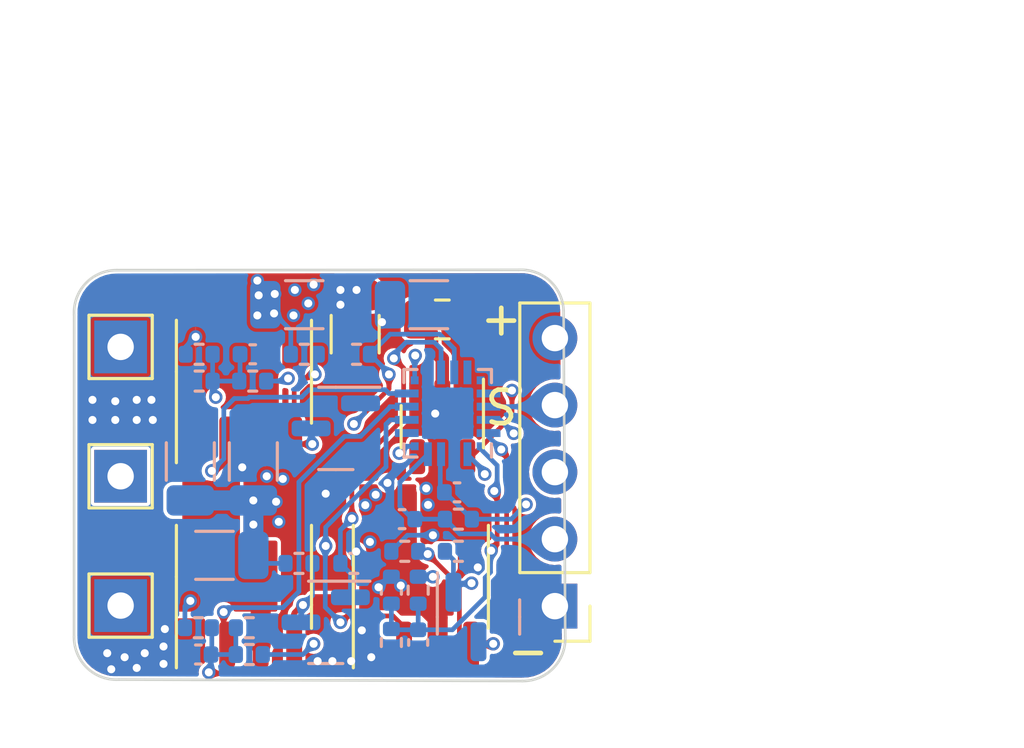
<source format=kicad_pcb>
(kicad_pcb (version 20211014) (generator pcbnew)
  (layers (0 "F.Cu" signal) (1 "In1.Cu" signal) (2 "In2.Cu" signal) (31 "B.Cu" signal) (34 "B.Paste" user) (35 "F.Paste" user) (36 "B.SilkS" user "B.Silkscreen") (37 "F.SilkS" user "F.Silkscreen") (38 "B.Mask" user) (39 "F.Mask" user) (44 "Edge.Cuts" user))
  (net 0 "")
  (net 1 "/C2CK")
  (net 2 "GND")
  (net 3 "+BATT")
  (net 4 "+3V3")
  (net 5 "/VA")
  (net 6 "/VB")
  (net 7 "/VC")
  (net 8 "/C2D")
  (net 9 "/RC")
  (net 10 "/HBridge/A")
  (net 11 "Net-(Q1-Pad4)")
  (net 12 "Net-(Q2-Pad4)")
  (net 13 "Net-(Q3-Pad4)")
  (net 14 "/HBridge/B")
  (net 15 "/HBridge/C")
  (net 16 "/AL")
  (net 17 "/AH")
  (net 18 "/BL")
  (net 19 "/CC")
  (net 20 "/BH")
  (net 21 "/CL")
  (net 22 "/CH")
  (net 25 "/LED3")
  (net 26 "/LED2")
  (net 27 "/LED1")
  (footprint "TestPoint:TestPoint_THTPad_2.0x2.0mm_Drill1.0mm" (layer "F.Cu") (at 123.5964 92.583)
    (fp_text reference "TP1" hide)
    (fp_text value "TestPoint")
  )
  (footprint "Package_SO:SO-8_3.9x4.9mm_P1.27mm" (layer "F.Cu") (at 128.27 93.5228 90)
    (fp_text reference "Q1" hide)
    (fp_text value "HYG170C03LR1S")
  )
  (footprint "TestPoint:TestPoint_THTPad_2.0x2.0mm_Drill1.0mm" (layer "F.Cu") (at 123.5964 102.3874)
    (fp_text reference "TP2" hide)
    (fp_text value "TestPoint")
  )
  (footprint "Capacitor_SMD:C_0805_2012Metric" (layer "F.Cu") (at 135.7884 91.5416 180)
    (fp_text reference "C2" hide)
    (fp_text value "10uF")
  )
  (footprint "Package_SO:SO-8_3.9x4.9mm_P1.27mm" (layer "F.Cu") (at 134.9756 101.2952 90)
    (fp_text reference "Q3" hide)
    (fp_text value "HYG170C03LR1S")
  )
  (footprint "Package_TO_SOT_SMD:SOT-23-5" (layer "F.Cu") (at 135.7884 95.6056 -90)
    (fp_text reference "U2" hide)
    (fp_text value "TLV70033_SOT23-5")
  )
  (footprint "Connector_PinHeader_2.54mm:PinHeader_1x05_P2.54mm_Vertical" (layer "F.Cu") (at 140.0556 102.4078 180)
    (fp_text reference "J1" hide)
    (fp_text value "Conn_01x05")
  )
  (footprint "TestPoint:TestPoint_THTPad_2.0x2.0mm_Drill1.0mm" (layer "F.Cu") (at 123.5964 97.4852)
    (fp_text reference "TP3" hide)
    (fp_text value "TestPoint")
  )
  (footprint "Capacitor_SMD:C_1206_3216Metric" (layer "F.Cu") (at 132.4864 92.1004 90)
    (fp_text reference "C12" hide)
    (fp_text value "47uF")
  )
  (footprint "Package_SO:SO-8_3.9x4.9mm_P1.27mm" (layer "F.Cu") (at 128.27 101.2952 90)
    (fp_text reference "Q2" hide)
    (fp_text value "HYG170C03LR1S")
  )
  (footprint "Resistor_SMD:R_0402_1005Metric" (layer "B.Cu") (at 130.3548 100.7872)
    (fp_text reference "R3" hide)
    (fp_text value "10K")
  )
  (footprint "Resistor_SMD:R_0402_1005Metric" (layer "B.Cu") (at 132.4356 100.7872 180)
    (fp_text reference "R6" hide)
    (fp_text value "10K")
  )
  (footprint "Capacitor_SMD:C_1206_3216Metric" (layer "B.Cu") (at 127.1524 100.4824 180)
    (fp_text reference "C11" hide)
    (fp_text value "47uF")
  )
  (footprint "Resistor_SMD:R_0402_1005Metric" (layer "B.Cu") (at 133.858 101.8032 90)
    (fp_text reference "R9" hide)
    (fp_text value "10K")
  )
  (footprint "Package_TO_SOT_SMD:SOT-23" (layer "B.Cu") (at 131.3688 103.0224 180)
    (fp_text reference "Q5" hide)
    (fp_text value "Q_NMOS_GSD")
  )
  (footprint "Resistor_SMD:R_0402_1005Metric" (layer "B.Cu") (at 136.398 100.33 180)
    (fp_text reference "R13" hide)
    (fp_text value "10K")
  )
  (footprint "Capacitor_SMD:C_0402_1005Metric" (layer "B.Cu") (at 126.5428 104.2416 180)
    (fp_text reference "C8" hide)
    (fp_text value "0.1uF")
  )
  (footprint "Resistor_SMD:R_0402_1005Metric" (layer "B.Cu") (at 128.4732 103.2256)
    (fp_text reference "R11" hide)
    (fp_text value "1K")
  )
  (footprint "Package_DFN_QFN:SiliconLabs_QFN-20-1EP_3x3mm_P0.5mm_EP1.8x1.8mm" (layer "B.Cu") (at 135.9916 95.0976 90)
    (fp_text reference "U1" hide)
    (fp_text value "EFM8BB21F16G-C-QFN20")
  )
  (footprint "Capacitor_SMD:C_1206_3216Metric" (layer "B.Cu") (at 126.238 96.9264 90)
    (fp_text reference "C4" hide)
    (fp_text value "47uF")
  )
  (footprint "Resistor_SMD:R_0402_1005Metric" (layer "B.Cu") (at 128.4732 104.2416 180)
    (fp_text reference "R15" hide)
    (fp_text value "10K")
  )
  (footprint "Resistor_SMD:R_0402_1005Metric" (layer "B.Cu") (at 132.5372 92.8624)
    (fp_text reference "R5" hide)
    (fp_text value "10K")
  )
  (footprint "Capacitor_SMD:C_0402_1005Metric" (layer "B.Cu") (at 128.6028 92.8624)
    (fp_text reference "C7" hide)
    (fp_text value "0.1uF")
  )
  (footprint "Resistor_SMD:R_0402_1005Metric" (layer "B.Cu") (at 126.5728 93.8784 180)
    (fp_text reference "R10" hide)
    (fp_text value "1K")
  )
  (footprint "Package_TO_SOT_SMD:SOT-23" (layer "B.Cu") (at 131.7521 95.6716 180)
    (fp_text reference "Q4" hide)
    (fp_text value "Q_NMOS_GSD")
  )
  (footprint "Capacitor_SMD:C_1206_3216Metric" (layer "B.Cu") (at 135.2804 90.9828)
    (fp_text reference "C9" hide)
    (fp_text value "47uF")
  )
  (footprint "Resistor_SMD:R_0402_1005Metric" (layer "B.Cu") (at 126.5708 92.8624 180)
    (fp_text reference "R7" hide)
    (fp_text value "10K")
  )
  (footprint "Capacitor_SMD:C_1206_3216Metric" (layer "B.Cu") (at 130.556 90.9828)
    (fp_text reference "C5" hide)
    (fp_text value "47uF")
  )
  (footprint "Resistor_SMD:R_0402_1005Metric" (layer "B.Cu") (at 126.5428 103.2256 180)
    (fp_text reference "R8" hide)
    (fp_text value "10K")
  )
  (footprint "Resistor_SMD:R_0402_1005Metric" (layer "B.Cu") (at 133.858 103.7844 -90)
    (fp_text reference "R12" hide)
    (fp_text value "1K")
  )
  (footprint "Resistor_SMD:R_0402_1005Metric" (layer "B.Cu") (at 134.366 100.33)
    (fp_text reference "R4" hide)
    (fp_text value "10K")
  )
  (footprint "Package_TO_SOT_SMD:SOT-23" (layer "B.Cu") (at 137.16 102.8192 -90)
    (fp_text reference "Q6" hide)
    (fp_text value "Q_NMOS_GSD")
  )
  (footprint "Capacitor_SMD:C_0402_1005Metric" (layer "B.Cu") (at 136.3472 98.0948)
    (fp_text reference "C3" hide)
    (fp_text value "4.7uF")
  )
  (footprint "Resistor_SMD:R_0402_1005Metric" (layer "B.Cu") (at 134.874 101.8032 -90)
    (fp_text reference "R16" hide)
    (fp_text value "10K")
  )
  (footprint "Resistor_SMD:R_0402_1005Metric" (layer "B.Cu") (at 136.398 99.1108 180)
    (fp_text reference "R1" hide)
    (fp_text value "10K")
  )
  (footprint "Capacitor_SMD:C_0402_1005Metric" (layer "B.Cu") (at 134.2644 99.1108 180)
    (fp_text reference "C1" hide)
    (fp_text value "0.1uF")
  )
  (footprint "Resistor_SMD:R_0402_1005Metric" (layer "B.Cu") (at 128.6028 93.8784 180)
    (fp_text reference "R14" hide)
    (fp_text value "10K")
  )
  (footprint "Capacitor_SMD:C_1206_3216Metric" (layer "B.Cu") (at 128.6256 96.9264 90)
    (fp_text reference "C6" hide)
    (fp_text value "47uF")
  )
  (footprint "Capacitor_SMD:C_0402_1005Metric" (layer "B.Cu") (at 134.874 103.7844 -90)
    (fp_text reference "C10" hide)
    (fp_text value "0.1uF")
  )
  (footprint "Resistor_SMD:R_0402_1005Metric" (layer "B.Cu") (at 130.556 92.8624)
    (fp_text reference "R2" hide)
    (fp_text value "10K")
  )
  (gr_line (start 123.459724 89.673797) (end 138.684 89.662) (layer "Edge.Cuts") (width 0.1))
  (gr_arc (start 140.446276 103.544003) (mid 140.0048 104.7496) (end 138.820676 105.245803) (layer "Edge.Cuts") (width 0.1))
  (gr_line (start 121.830197 103.565476) (end 121.834124 91.375597) (layer "Edge.Cuts") (width 0.1))
  (gr_arc (start 123.531997 105.191076) (mid 122.3264 104.7496) (end 121.830197 103.565476) (layer "Edge.Cuts") (width 0.1))
  (gr_arc (start 138.684 89.662) (mid 139.861989 90.077438) (end 140.3858 91.2114) (layer "Edge.Cuts") (width 0.1))
  (gr_line (start 140.3858 91.2114) (end 140.446276 103.544003) (layer "Edge.Cuts") (width 0.1))
  (gr_arc (start 121.834124 91.375597) (mid 122.275595 90.169995) (end 123.459724 89.673797) (layer "Edge.Cuts") (width 0.1))
  (gr_line (start 138.820676 105.245803) (end 123.531997 105.191076) (layer "Edge.Cuts") (width 0.1))
  (gr_text "-" (at 139.0396 104.0892) (layer "F.SilkS") (effects (font (size 1.27 1.27) (thickness 0.1778))))
  (gr_text "+\n" (at 138.0236 91.4908) (layer "F.SilkS") (effects (font (size 1.27 1.27) (thickness 0.1778))))
  (gr_text "S" (at 138.0236 94.8944) (layer "F.SilkS") (effects (font (size 1.27 1.27) (thickness 0.1778))))
  (segment (start 140.0556 99.8678) (end 137.8154 99.8678) (width 0.1778) (layer "B.Cu") (net 1))
  (segment (start 135.0492 99.1108) (end 135.888 99.1108) (width 0.1778) (layer "B.Cu") (net 1))
  (segment (start 137.6172 99.6696) (end 136.4468 99.6696) (width 0.1778) (layer "B.Cu") (net 1))
  (segment (start 134.9776 99.1108) (end 134.9776 99.0848) (width 0.1778) (layer "B.Cu") (net 1))
  (segment (start 136.4468 99.6696) (end 135.888 99.1108) (width 0.1778) (layer "B.Cu") (net 1))
  (segment (start 137.8154 99.8678) (end 137.6172 99.6696) (width 0.1778) (layer "B.Cu") (net 1))
  (segment (start 134.181609 98.621609) (end 134.181609 97.707591) (width 0.1778) (layer "B.Cu") (net 1))
  (segment (start 134.9476 99.0092) (end 135.0492 99.1108) (width 0.1778) (layer "B.Cu") (net 1))
  (segment (start 134.9984 99.06) (end 134.62 99.06) (width 0.1778) (layer "B.Cu") (net 1))
  (segment (start 135.918 99.284) (end 135.888 99.314) (width 0.1778) (layer "B.Cu") (net 1))
  (segment (start 134.181609 97.707591) (end 135.2416 96.6476) (width 0.1778) (layer "B.Cu") (net 1))
  (segment (start 134.62 99.06) (end 134.181609 98.621609) (width 0.1778) (layer "B.Cu") (net 1))
  (segment (start 132.9555 103.8702) (end 132.334 104.4917) (width 0.1778) (layer "F.Cu") (net 2))
  (segment (start 135.382 92.629113) (end 135.382 92.0852) (width 0.508) (layer "F.Cu") (net 2))
  (segment (start 135.7884 94.4681) (end 135.7884 93.035513) (width 0.508) (layer "F.Cu") (net 2))
  (segment (start 133.0706 103.8702) (end 133.0706 103.6574) (width 0.1778) (layer "F.Cu") (net 2))
  (segment (start 133.0706 103.8702) (end 133.0706 104.3178) (width 0.1778) (layer "F.Cu") (net 2))
  (segment (start 135.382 92.0852) (end 134.8384 91.5416) (width 0.508) (layer "F.Cu") (net 2))
  (segment (start 135.5189 95.1098) (end 135.7884 94.8403) (width 0.1778) (layer "F.Cu") (net 2))
  (segment (start 135.7884 94.8403) (end 135.7884 94.4681) (width 0.1778) (layer "F.Cu") (net 2))
  (segment (start 135.7884 93.035513) (end 135.382 92.629113) (width 0.508) (layer "F.Cu") (net 2))
  (segment (start 131.6228 104.4917) (end 131.064 104.4917) (width 0.1778) (layer "F.Cu") (net 2))
  (segment (start 133.0706 103.8702) (end 132.9555 103.8702) (width 0.1778) (layer "F.Cu") (net 2))
  (segment (start 133.0706 103.6574) (end 132.738684 103.325484) (width 0.1778) (layer "F.Cu") (net 2))
  (segment (start 133.0706 104.3178) (end 133.096 104.3432) (width 0.1778) (layer "F.Cu") (net 2))
  (via (at 135.5189 95.1098) (size 0.508) (drill 0.3048) (layers "F.Cu" "B.Cu") (net 2))
  (via (at 124.206 94.5896) (size 0.508) (drill 0.3048) (layers "F.Cu" "B.Cu") (net 2))
  (via (at 132.5372 90.424) (size 0.508) (drill 0.3048) (layers "F.Cu" "B.Cu") (net 2))
  (via (at 124.5108 104.1908) (size 0.508) (drill 0.3048) (layers "F.Cu" "B.Cu") (net 2))
  (via (at 125.2728 103.2764) (size 0.508) (drill 0.3048) (layers "F.Cu" "B.Cu") (net 2))
  (via (at 125.222 104.5972) (size 0.508) (drill 0.3048) (layers "F.Cu" "B.Cu") (net 2))
  (via (at 123.3932 95.3516) (size 0.508) (drill 0.3048) (layers "F.Cu" "B.Cu") (net 2))
  (via (at 122.5296 95.3516) (size 0.508) (drill 0.3048) (layers "F.Cu" "B.Cu") (net 2))
  (via (at 132.738684 103.325484) (size 0.508) (drill 0.3048) (layers "F.Cu" "B.Cu") (net 2))
  (via (at 123.0884 104.1908) (size 0.508) (drill 0.3048) (layers "F.Cu" "B.Cu") (net 2))
  (via (at 123.3932 94.6404) (size 0.508) (drill 0.3048) (layers "F.Cu" "B.Cu") (net 2))
  (via (at 128.205394 97.146374) (size 0.508) (drill 0.3048) (layers "F.Cu" "B.Cu") (net 2))
  (via (at 132.334 104.4917) (size 0.508) (drill 0.3048) (layers "F.Cu" "B.Cu") (net 2))
  (via (at 131.9276 90.9828) (size 0.508) (drill 0.3048) (layers "F.Cu" "B.Cu") (net 2))
  (via (at 125.222 103.9368) (size 0.508) (drill 0.3048) (layers "F.Cu" "B.Cu") (net 2))
  (via (at 124.206 104.7496) (size 0.508) (drill 0.3048) (layers "F.Cu" "B.Cu") (net 2))
  (via (at 137.133262 100.939645) (size 0.508) (drill 0.3048) (layers "F.Cu" "B.Cu") (net 2))
  (via (at 123.7488 104.3432) (size 0.508) (drill 0.3048) (layers "F.Cu" "B.Cu") (net 2))
  (via (at 124.206 95.3516) (size 0.508) (drill 0.3048) (layers "F.Cu" "B.Cu") (net 2))
  (via (at 131.9276 90.424) (size 0.508) (drill 0.3048) (layers "F.Cu" "B.Cu") (net 2))
  (via (at 123.2408 104.8004) (size 0.508) (drill 0.3048) (layers "F.Cu" "B.Cu") (net 2))
  (via (at 124.8156 95.3516) (size 0.508) (drill 0.3048) (layers "F.Cu" "B.Cu") (net 2))
  (via (at 122.5296 94.5896) (size 0.508) (drill 0.3048) (layers "F.Cu" "B.Cu") (net 2))
  (via (at 131.3688 98.1456) (size 0.508) (drill 0.3048) (layers "F.Cu" "B.Cu") (net 2))
  (via (at 131.6228 104.4917) (size 0.508) (drill 0.3048) (layers "F.Cu" "B.Cu") (net 2))
  (via (at 133.711709 97.736523) (size 0.508) (drill 0.3048) (layers "F.Cu" "B.Cu") (net 2))
  (via (at 131.064 104.4917) (size 0.508) (drill 0.3048) (layers "F.Cu" "B.Cu") (net 2))
  (via (at 133.096 104.3432) (size 0.508) (drill 0.3048) (layers "F.Cu" "B.Cu") (net 2))
  (via (at 124.7648 94.5896) (size 0.508) (drill 0.3048) (layers "F.Cu" "B.Cu") (net 2))
  (via (at 132.525396 100.338263) (size 0.508) (drill 0.3048) (layers "F.Cu" "B.Cu") (net 2))
  (segment (start 136.8272 98.0948) (end 136.8272 97.8636) (width 0.1778) (layer "B.Cu") (net 2))
  (segment (start 137.133262 100.939645) (end 136.908 100.714383) (width 0.1778) (layer "B.Cu") (net 2))
  (segment (start 136.2416 96.6476) (end 136.2416 95.3476) (width 0.1778) (layer "B.Cu") (net 2))
  (segment (start 135.9794 95.1098) (end 135.9916 95.0976) (width 0.1778) (layer "B.Cu") (net 2))
  (segment (start 128.6256 95.4514) (end 128.6256 96.726168) (width 0.1778) (layer "B.Cu") (net 2))
  (segment (start 132.334 104.4917) (end 131.6228 104.4917) (width 0.1778) (layer "B.Cu") (net 2))
  (segment (start 136.8272 97.8636) (end 136.2416 97.278) (width 0.1778) (layer "B.Cu") (net 2))
  (segment (start 135.2416 93.5476) (end 135.2416 94.3476) (width 0.1778) (layer "B.Cu") (net 2))
  (segment (start 135.5189 95.1098) (end 135.9794 95.1098) (width 0.1778) (layer "B.Cu") (net 2))
  (segment (start 136.2416 97.278) (end 136.2416 96.6476) (width 0.1778) (layer "B.Cu") (net 2))
  (segment (start 136.908 100.714383) (end 136.908 100.33) (width 0.1778) (layer "B.Cu") (net 2))
  (segment (start 132.9456 100.7872) (end 132.9456 100.758467) (width 0.1778) (layer "B.Cu") (net 2))
  (segment (start 136.2416 95.3476) (end 135.9916 95.0976) (width 0.1778) (layer "B.Cu") (net 2))
  (segment (start 135.2416 94.3476) (end 135.9916 95.0976) (width 0.1778) (layer "B.Cu") (net 2))
  (segment (start 128.6256 96.726168) (end 128.205394 97.146374) (width 0.1778) (layer "B.Cu") (net 2))
  (segment (start 132.9456 100.758467) (end 132.525396 100.338263) (width 0.1778) (layer "B.Cu") (net 2))
  (segment (start 135.6106 98.3742) (end 135.1788 97.9424) (width 0.1778) (layer "F.Cu") (net 3))
  (segment (start 135.399874 98.7202) (end 135.6106 98.7202) (width 0.1778) (layer "F.Cu") (net 3))
  (segment (start 135.4328 99.7204) (end 135.4328 98.898) (width 0.1778) (layer "F.Cu") (net 3))
  (segment (start 135.4328 98.898) (end 135.6106 98.7202) (width 0.1778) (layer "F.Cu") (net 3))
  (segment (start 135.249338 98.569664) (end 135.399874 98.7202) (width 0.1778) (layer "F.Cu") (net 3))
  (segment (start 135.6106 98.7202) (end 135.6106 98.3742) (width 0.1778) (layer "F.Cu") (net 3))
  (via (at 128.6256 98.4014) (size 0.508) (drill 0.3048) (layers "F.Cu" "B.Cu") (net 3))
  (via (at 128.8288 90.6272) (size 0.508) (drill 0.3048) (layers "F.Cu" "B.Cu") (net 3))
  (via (at 135.249338 98.569664) (size 0.508) (drill 0.3048) (layers "F.Cu" "B.Cu") (net 3))
  (via (at 129.4121 91.3139) (size 0.508) (drill 0.3048) (layers "F.Cu" "B.Cu") (net 3))
  (via (at 128.6274 99.3158) (size 0.508) (drill 0.3048) (layers "F.Cu" "B.Cu") (net 3))
  (via (at 130.2004 90.424) (size 0.508) (drill 0.3048) (layers "F.Cu" "B.Cu") (net 3))
  (via (at 129.1336 97.4852) (size 0.508) (drill 0.3048) (layers "F.Cu" "B.Cu") (net 3))
  (via (at 133.5024 91.6432) (size 0.508) (drill 0.3048) (layers "F.Cu" "B.Cu") (net 3))
  (via (at 128.778 91.3892) (size 0.508) (drill 0.3048) (layers "F.Cu" "B.Cu") (net 3))
  (via (at 135.1788 97.9424) (size 0.508) (drill 0.3048) (layers "F.Cu" "B.Cu") (net 3))
  (via (at 129.4892 98.4504) (size 0.508) (drill 0.3048) (layers "F.Cu" "B.Cu") (net 3))
  (via (at 135.4328 99.7204) (size 0.508) (drill 0.3048) (layers "F.Cu" "B.Cu") (net 3))
  (via (at 129.4384 90.5764) (size 0.508) (drill 0.3048) (layers "F.Cu" "B.Cu") (net 3))
  (via (at 130.9116 90.2208) (size 0.508) (drill 0.3048) (layers "F.Cu" "B.Cu") (net 3))
  (via (at 129.5908 99.2124) (size 0.508) (drill 0.3048) (layers "F.Cu" "B.Cu") (net 3))
  (via (at 128.778 90.0684) (size 0.508) (drill 0.3048) (layers "F.Cu" "B.Cu") (net 3))
  (via (at 129.7432 97.5868) (size 0.508) (drill 0.3048) (layers "F.Cu" "B.Cu") (net 3))
  (via (at 130.7084 90.932) (size 0.508) (drill 0.3048) (layers "F.Cu" "B.Cu") (net 3))
  (via (at 130.1496 91.3892) (size 0.508) (drill 0.3048) (layers "F.Cu" "B.Cu") (net 3))
  (segment (start 128.6274 100.4824) (end 128.6274 98.4032) (width 0.762) (layer "B.Cu") (net 3))
  (segment (start 128.6274 98.4032) (end 128.6256 98.4014) (width 0.762) (layer "B.Cu") (net 3))
  (segment (start 133.856 100.33) (end 134.4656 99.7204) (width 0.1778) (layer "B.Cu") (net 3))
  (segment (start 130.046 92.8624) (end 130.046 91.9478) (width 0.1778) (layer "B.Cu") (net 3))
  (segment (start 129.8448 100.7872) (end 128.9322 100.7872) (width 0.1778) (layer "B.Cu") (net 3))
  (segment (start 129.4121 91.3139) (end 129.081 90.9828) (width 0.1778) (layer "B.Cu") (net 3))
  (segment (start 133.8054 90.9828) (end 133.8054 91.3402) (width 0.1778) (layer "B.Cu") (net 3))
  (segment (start 134.4656 99.7204) (end 135.4328 99.7204) (width 0.1778) (layer "B.Cu") (net 3))
  (segment (start 130.046 91.9478) (end 129.4121 91.3139) (width 0.1778) (layer "B.Cu") (net 3))
  (segment (start 133.8054 91.3402) (end 133.5024 91.6432) (width 0.1778) (layer "B.Cu") (net 3))
  (segment (start 126.238 98.4014) (end 128.6256 98.4014) (width 0.762) (layer "B.Cu") (net 3))
  (segment (start 128.9322 100.7872) (end 128.6274 100.4824) (width 0.1778) (layer "B.Cu") (net 3))
  (segment (start 138.43 95.1992) (end 138.43 94.234) (width 0.1778) (layer "F.Cu") (net 4))
  (segment (start 136.7384 96.7431) (end 136.8861 96.7431) (width 0.1778) (layer "F.Cu") (net 4))
  (segment (start 136.8861 96.7431) (end 138.43 95.1992) (width 0.1778) (layer "F.Cu") (net 4))
  (via (at 138.43 94.234) (size 0.508) (drill 0.3048) (layers "F.Cu" "B.Cu") (net 4))
  (via (at 138.9629 98.552) (size 0.508) (drill 0.3048) (layers "F.Cu" "B.Cu") (net 4))
  (segment (start 138.4041 99.1108) (end 138.9629 98.552) (width 0.1778) (layer "B.Cu") (net 4))
  (segment (start 135.711094 98.141894) (end 135.8672 98.298) (width 0.1778) (layer "B.Cu") (net 4))
  (segment (start 135.711094 96.678106) (end 135.711094 97.460906) (width 0.1778) (layer "B.Cu") (net 4))
  (segment (start 136.908 99.1108) (end 138.4041 99.1108) (width 0.1778) (layer "B.Cu") (net 4))
  (segment (start 135.7416 96.6476) (end 135.711094 96.678106) (width 0.1778) (layer "B.Cu") (net 4))
  (segment (start 135.892 98.0948) (end 136.908 99.1108) (width 0.1778) (layer "B.Cu") (net 4))
  (segment (start 135.711094 97.460906) (end 135.711094 98.141894) (width 0.1778) (layer "B.Cu") (net 4))
  (segment (start 135.8672 98.298) (end 135.892 98.298) (width 0.1778) (layer "B.Cu") (net 4))
  (via (at 127.2032 94.488) (size 0.508) (drill 0.3048) (layers "F.Cu" "B.Cu") (net 5))
  (via (at 137.397795 97.403747) (size 0.508) (drill 0.3048) (layers "F.Cu" "B.Cu") (net 5))
  (segment (start 127.0828 92.8644) (end 127.0808 92.8624) (width 0.1778) (layer "B.Cu") (net 5))
  (segment (start 127.0828 93.8784) (end 127.0768 93.8784) (width 0.1778) (layer "B.Cu") (net 5))
  (segment (start 128.1228 93.8484) (end 128.0928 93.8784) (width 0.1778) (layer "B.Cu") (net 5))
  (segment (start 127.0828 94.3676) (end 127.2032 94.488) (width 0.1778) (layer "B.Cu") (net 5))
  (segment (start 137.397795 97.403747) (end 137.397795 97.316595) (width 0.1778) (layer "B.Cu") (net 5))
  (segment (start 127.0828 93.8784) (end 128.0928 93.8784) (width 0.1778) (layer "B.Cu") (net 5))
  (segment (start 127.0828 93.8784) (end 127.0828 94.3676) (width 0.1778) (layer "B.Cu") (net 5))
  (segment (start 128.1228 92.8624) (end 128.1228 93.8484) (width 0.1778) (layer "B.Cu") (net 5))
  (segment (start 127.0828 93.8784) (end 127.0828 92.8644) (width 0.1778) (layer "B.Cu") (net 5))
  (segment (start 137.397795 97.316595) (end 136.7416 96.6604) (width 0.1778) (layer "B.Cu") (net 5))
  (segment (start 136.7416 96.6604) (end 136.7416 96.6476) (width 0.1778) (layer "B.Cu") (net 5))
  (segment (start 138.2268 96.6724) (end 138.0236 96.4692) (width 0.1778) (layer "F.Cu") (net 6))
  (segment (start 126.937479 104.916046) (end 126.982533 104.9611) (width 0.1778) (layer "F.Cu") (net 6))
  (segment (start 126.982533 104.9611) (end 137.4565 104.9611) (width 0.1778) (layer "F.Cu") (net 6))
  (segment (start 137.4565 104.9611) (end 138.2268 104.1908) (width 0.1778) (layer "F.Cu") (net 6))
  (segment (start 138.2268 104.1908) (end 138.2268 96.6724) (width 0.1778) (layer "F.Cu") (net 6))
  (via (at 138.0236 96.4692) (size 0.508) (drill 0.3048) (layers "F.Cu" "B.Cu") (net 6))
  (via (at 126.937479 104.916046) (size 0.508) (drill 0.3048) (layers "F.Cu" "B.Cu") (net 6))
  (segment (start 127.0228 104.2416) (end 127.9632 104.2416) (width 0.1778) (layer "B.Cu") (net 6))
  (segment (start 137.5416 95.9872) (end 138.0236 96.4692) (width 0.1778) (layer "B.Cu") (net 6))
  (segment (start 127.0228 104.830725) (end 126.937479 104.916046) (width 0.1778) (layer "B.Cu") (net 6))
  (segment (start 127.0528 103.2256) (end 127.0528 104.2116) (width 0.1778) (layer "B.Cu") (net 6))
  (segment (start 127.0528 104.2116) (end 127.0228 104.2416) (width 0.1778) (layer "B.Cu") (net 6))
  (segment (start 137.5416 95.8476) (end 137.5416 95.9872) (width 0.1778) (layer "B.Cu") (net 6))
  (segment (start 127.9632 103.2256) (end 127.9632 104.2416) (width 0.1778) (layer "B.Cu") (net 6))
  (segment (start 127.0228 104.2416) (end 127.0228 104.830725) (width 0.1778) (layer "B.Cu") (net 6))
  (segment (start 137.867695 100.076073) (end 137.867695 98.154295) (width 0.1778) (layer "F.Cu") (net 7))
  (segment (start 137.867695 98.154295) (end 137.7574 98.044) (width 0.1778) (layer "F.Cu") (net 7))
  (segment (start 137.640406 100.303362) (end 137.867695 100.076073) (width 0.1778) (layer "F.Cu") (net 7))
  (via (at 137.7574 98.044) (size 0.508) (drill 0.3048) (layers "F.Cu" "B.Cu") (net 7))
  (via (at 137.640406 100.303362) (size 0.508) (drill 0.3048) (layers "F.Cu" "B.Cu") (net 7))
  (segment (start 133.888 103.3044) (end 133.858 103.2744) (width 0.1778) (layer "B.Cu") (net 7))
  (segment (start 133.858 102.3132) (end 133.858 103.2744) (width 0.1778) (layer "B.Cu") (net 7))
  (segment (start 137.414 102.061339) (end 137.414 101.322739) (width 0.1778) (layer "B.Cu") (net 7))
  (segment (start 137.6172 101.119539) (end 137.6172 100.326568) (width 0.1778) (layer "B.Cu") (net 7))
  (segment (start 134.874 103.3044) (end 133.888 103.3044) (width 0.1778) (layer "B.Cu") (net 7))
  (segment (start 136.170939 103.3044) (end 137.414 102.061339) (width 0.1778) (layer "B.Cu") (net 7))
  (segment (start 137.867695 97.933705) (end 137.867695 97.075295) (width 0.1778) (layer "B.Cu") (net 7))
  (segment (start 134.874 103.3044) (end 136.170939 103.3044) (width 0.1778) (layer "B.Cu") (net 7))
  (segment (start 134.874 102.3132) (end 134.874 103.3044) (width 0.1778) (layer "B.Cu") (net 7))
  (segment (start 137.414 101.322739) (end 137.6172 101.119539) (width 0.1778) (layer "B.Cu") (net 7))
  (segment (start 137.6172 100.326568) (end 137.640406 100.303362) (width 0.1778) (layer "B.Cu") (net 7))
  (segment (start 137.867695 97.075295) (end 137.2416 96.4492) (width 0.1778) (layer "B.Cu") (net 7))
  (segment (start 137.2416 96.4492) (end 137.2416 96.3476) (width 0.1778) (layer "B.Cu") (net 7))
  (segment (start 137.7574 98.044) (end 137.867695 97.933705) (width 0.1778) (layer "B.Cu") (net 7))
  (via (at 134.1579 96.6094) (size 0.508) (drill 0.3048) (layers "F.Cu" "B.Cu") (net 8))
  (segment (start 134.7416 96.3476) (end 134.4197 96.3476) (width 0.1778) (layer "B.Cu") (net 8))
  (segment (start 134.4197 96.3476) (end 134.1579 96.6094) (width 0.1778) (layer "B.Cu") (net 8))
  (segment (start 139.9958 94.8476) (end 140.0556 94.7878) (width 0.1778) (layer "B.Cu") (net 9))
  (segment (start 137.5416 94.8476) (end 139.9958 94.8476) (width 0.1778) (layer "B.Cu") (net 9))
  (segment (start 128.905 94.4626) (end 127.635 93.1926) (width 0.762) (layer "F.Cu") (net 10))
  (segment (start 128.905 96.0978) (end 128.905 94.4626) (width 0.762) (layer "F.Cu") (net 10))
  (segment (start 127.635 93.1926) (end 127.635 90.9478) (width 0.762) (layer "F.Cu") (net 10))
  (via (at 126.4412 92.202) (size 0.508) (drill 0.3048) (layers "F.Cu" "B.Cu") (net 10))
  (segment (start 126.0608 92.8624) (end 126.0608 92.5824) (width 0.1778) (layer "B.Cu") (net 10))
  (segment (start 126.0608 92.5824) (end 126.4412 92.202) (width 0.1778) (layer "B.Cu") (net 10))
  (segment (start 130.7592 93.6244) (end 130.9624 93.6244) (width 0.1778) (layer "F.Cu") (net 11))
  (segment (start 130.7084 93.6752) (end 130.7592 93.6244) (width 0.1778) (layer "F.Cu") (net 11))
  (segment (start 130.175 94.2086) (end 130.7084 93.6752) (width 0.1778) (layer "F.Cu") (net 11))
  (segment (start 130.3432 96.266) (end 130.175 96.0978) (width 0.1778) (layer "F.Cu") (net 11))
  (segment (start 130.8608 96.266) (end 130.3432 96.266) (width 0.1778) (layer "F.Cu") (net 11))
  (segment (start 130.175 96.0978) (end 130.175 94.2086) (width 0.1778) (layer "F.Cu") (net 11))
  (via (at 130.8608 96.266) (size 0.508) (drill 0.3048) (layers "F.Cu" "B.Cu") (net 11))
  (via (at 130.9624 93.6244) (size 0.508) (drill 0.3048) (layers "F.Cu" "B.Cu") (net 11))
  (segment (start 130.8146 96.2198) (end 130.8608 96.266) (width 0.1778) (layer "B.Cu") (net 11))
  (segment (start 130.9624 93.6244) (end 130.9624 92.966) (width 0.1778) (layer "B.Cu") (net 11))
  (segment (start 130.8146 95.6716) (end 130.8146 96.2198) (width 0.1778) (layer "B.Cu") (net 11))
  (segment (start 130.9624 92.966) (end 131.066 92.8624) (width 0.1778) (layer "B.Cu") (net 11))
  (segment (start 130.506916 102.363716) (end 130.1496 102.721032) (width 0.1778) (layer "F.Cu") (net 12))
  (segment (start 130.1496 102.721032) (end 130.1496 103.8448) (width 0.1778) (layer "F.Cu") (net 12))
  (segment (start 130.1496 103.8448) (end 130.175 103.8702) (width 0.1778) (layer "F.Cu") (net 12))
  (via (at 130.506916 102.363716) (size 0.508) (drill 0.3048) (layers "F.Cu" "B.Cu") (net 12))
  (segment (start 130.8648 102.005832) (end 130.4313 102.439332) (width 0.1778) (layer "B.Cu") (net 12))
  (segment (start 130.4313 102.439332) (end 130.4313 103.0224) (width 0.1778) (layer "B.Cu") (net 12))
  (segment (start 130.8648 100.7872) (end 130.8648 102.005832) (width 0.1778) (layer "B.Cu") (net 12))
  (segment (start 130.8648 102.005832) (end 130.506916 102.363716) (width 0.1778) (layer "B.Cu") (net 12))
  (segment (start 135.2375 100.4316) (end 136.4361 101.6302) (width 0.1778) (layer "F.Cu") (net 13))
  (segment (start 136.4361 103.4257) (end 136.8806 103.8702) (width 0.1778) (layer "F.Cu") (net 13))
  (segment (start 137.6838 103.8702) (end 137.7188 103.8352) (width 0.1778) (layer "F.Cu") (net 13))
  (segment (start 136.8806 103.8702) (end 137.6838 103.8702) (width 0.1778) (layer "F.Cu") (net 13))
  (segment (start 136.4361 101.6302) (end 136.4361 103.4257) (width 0.1778) (layer "F.Cu") (net 13))
  (via (at 137.7188 103.8352) (size 0.508) (drill 0.3048) (layers "F.Cu" "B.Cu") (net 13))
  (via (at 135.2375 100.4316) (size 0.508) (drill 0.3048) (layers "F.Cu" "B.Cu") (net 13))
  (segment (start 137.7188 103.8352) (end 137.2385 103.8352) (width 0.1778) (layer "B.Cu") (net 13))
  (segment (start 135.1359 100.33) (end 134.876 100.33) (width 0.1778) (layer "B.Cu") (net 13))
  (segment (start 135.2375 100.4316) (end 135.1359 100.33) (width 0.1778) (layer "B.Cu") (net 13))
  (segment (start 137.2385 103.8352) (end 137.16 103.7567) (width 0.1778) (layer "B.Cu") (net 13))
  (segment (start 128.905 101.981) (end 127.635 100.711) (width 0.762) (layer "F.Cu") (net 14))
  (segment (start 128.905 103.8702) (end 128.905 101.981) (width 0.762) (layer "F.Cu") (net 14))
  (segment (start 127.635 100.711) (end 127.635 98.7202) (width 0.762) (layer "F.Cu") (net 14))
  (via (at 126.238 102.2096) (size 0.508) (drill 0.3048) (layers "F.Cu" "B.Cu") (net 14))
  (segment (start 126.0328 103.2256) (end 126.0328 102.4148) (width 0.1778) (layer "B.Cu") (net 14))
  (segment (start 126.0328 102.4148) (end 126.238 102.2096) (width 0.1778) (layer "B.Cu") (net 14))
  (segment (start 134.3406 101.5746) (end 134.3406 98.7202) (width 0.762) (layer "F.Cu") (net 15))
  (segment (start 135.6106 102.8446) (end 133.485958 100.719958) (width 0.1778) (layer "F.Cu") (net 15))
  (segment (start 133.0706 98.377633) (end 133.0706 98.7202) (width 0.1778) (layer "F.Cu") (net 15))
  (segment (start 134.15037 101.691285) (end 134.213753 101.627902) (width 0.1778) (layer "F.Cu") (net 15))
  (segment (start 133.096 99.9236) (end 133.0452 99.9744) (width 0.1778) (layer "F.Cu") (net 15))
  (segment (start 133.485958 100.719958) (end 133.485958 99.686202) (width 0.1778) (layer "F.Cu") (net 15))
  (segment (start 135.6106 102.8446) (end 134.3406 101.5746) (width 0.762) (layer "F.Cu") (net 15))
  (segment (start 133.263048 98.185185) (end 133.0706 98.377633) (width 0.1778) (layer "F.Cu") (net 15))
  (segment (start 133.0706 99.1362) (end 133.0706 98.7202) (width 0.1778) (layer "F.Cu") (net 15))
  (segment (start 135.6106 103.8702) (end 135.6106 102.8446) (width 0.762) (layer "F.Cu") (net 15))
  (segment (start 133.096 99.1616) (end 133.096 99.9236) (width 0.1778) (layer "F.Cu") (net 15))
  (segment (start 133.371311 101.691285) (end 134.15037 101.691285) (width 0.1778) (layer "F.Cu") (net 15))
  (segment (start 133.096 99.1616) (end 133.0706 99.1362) (width 0.1778) (layer "F.Cu") (net 15))
  (segment (start 132.869116 98.579116) (end 133.0452 98.7552) (width 0.1778) (layer "F.Cu") (net 15))
  (segment (start 133.0452 98.7552) (end 133.0452 99.9744) (width 0.1778) (layer "F.Cu") (net 15))
  (via (at 133.263048 98.185185) (size 0.508) (drill 0.3048) (layers "F.Cu" "B.Cu") (net 15))
  (via (at 133.371311 101.691285) (size 0.508) (drill 0.3048) (layers "F.Cu" "B.Cu") (net 15))
  (via (at 133.0452 99.9744) (size 0.508) (drill 0.3048) (layers "F.Cu" "B.Cu") (net 15))
  (via (at 132.869116 98.579116) (size 0.508) (drill 0.3048) (layers "F.Cu" "B.Cu") (net 15))
  (via (at 134.213753 101.627902) (size 0.508) (drill 0.3048) (layers "F.Cu" "B.Cu") (net 15))
  (segment (start 133.769396 101.2932) (end 133.371311 101.691285) (width 0.1778) (layer "B.Cu") (net 15))
  (segment (start 133.858 101.2932) (end 133.769396 101.2932) (width 0.1778) (layer "B.Cu") (net 15))
  (segment (start 127.4064 97.1296) (end 127.635 96.901) (width 0.1778) (layer "F.Cu") (net 16))
  (segment (start 127.0508 97.282) (end 127.2032 97.1296) (width 0.1778) (layer "F.Cu") (net 16))
  (segment (start 127.635 95.975339) (end 127.635 96.0978) (width 0.1778) (layer "F.Cu") (net 16))
  (segment (start 127.2032 97.1296) (end 127.4064 97.1296) (width 0.1778) (layer "F.Cu") (net 16))
  (segment (start 127.635 96.901) (end 127.635 96.0978) (width 0.1778) (layer "F.Cu") (net 16))
  (via (at 127.0508 97.282) (size 0.508) (drill 0.3048) (layers "F.Cu" "B.Cu") (net 16))
  (segment (start 130.45375 94.48735) (end 128.47385 94.48735) (width 0.1778) (layer "B.Cu") (net 16))
  (segment (start 127.508 96.8248) (end 127.0508 97.282) (width 0.1778) (layer "B.Cu") (net 16))
  (segment (start 127.508 94.935118) (end 127.508 96.8248) (width 0.1778) (layer "B.Cu") (net 16))
  (segment (start 133.6265 94.2057) (end 130.7354 94.2057) (width 0.1778) (layer "B.Cu") (net 16))
  (segment (start 128.4224 94.5388) (end 127.904318 94.5388) (width 0.1778) (layer "B.Cu") (net 16))
  (segment (start 128.47385 94.48735) (end 128.4224 94.5388) (width 0.1778) (layer "B.Cu") (net 16))
  (segment (start 130.7354 94.2057) (end 130.45375 94.48735) (width 0.1778) (layer "B.Cu") (net 16))
  (segment (start 133.7684 94.3476) (end 133.6265 94.2057) (width 0.1778) (layer "B.Cu") (net 16))
  (segment (start 127.904318 94.5388) (end 127.508 94.935118) (width 0.1778) (layer "B.Cu") (net 16))
  (segment (start 134.4416 94.3476) (end 133.7684 94.3476) (width 0.1778) (layer "B.Cu") (net 16))
  (segment (start 133.7669 93.6244) (end 133.7669 94.1727) (width 0.1778) (layer "F.Cu") (net 17))
  (segment (start 133.7669 94.1727) (end 132.4356 95.504) (width 0.1778) (layer "F.Cu") (net 17))
  (via (at 132.4356 95.504) (size 0.508) (drill 0.3048) (layers "F.Cu" "B.Cu") (net 17))
  (via (at 133.7669 93.6244) (size 0.508) (drill 0.3048) (layers "F.Cu" "B.Cu") (net 17))
  (segment (start 132.842 95.0976) (end 132.842 94.874) (width 0.1778) (layer "B.Cu") (net 17))
  (segment (start 136.2416 93.5476) (end 136.2416 92.6552) (width 0.1778) (layer "B.Cu") (net 17))
  (segment (start 133.7669 93.5821) (end 133.0472 92.8624) (width 0.1778) (layer "B.Cu") (net 17))
  (segment (start 136.2416 92.6552) (end 135.6868 92.1004) (width 0.1778) (layer "B.Cu") (net 17))
  (segment (start 132.4356 95.504) (end 132.842 95.0976) (width 0.1778) (layer "B.Cu") (net 17))
  (segment (start 135.6868 92.1004) (end 133.8092 92.1004) (width 0.1778) (layer "B.Cu") (net 17))
  (segment (start 133.7669 93.6244) (end 133.7669 93.5821) (width 0.1778) (layer "B.Cu") (net 17))
  (segment (start 133.8092 92.1004) (end 133.0472 92.8624) (width 0.1778) (layer "B.Cu") (net 17))
  (segment (start 132.842 94.874) (end 132.6896 94.7216) (width 0.1778) (layer "B.Cu") (net 17))
  (segment (start 127.500688 102.630914) (end 127.500688 103.735888) (width 0.1778) (layer "F.Cu") (net 18))
  (segment (start 127.500688 103.735888) (end 127.635 103.8702) (width 0.1778) (layer "F.Cu") (net 18))
  (segment (start 127.635 103.747739) (end 127.635 103.8702) (width 0.1778) (layer "F.Cu") (net 18))
  (via (at 127.500688 102.630914) (size 0.508) (drill 0.3048) (layers "F.Cu" "B.Cu") (net 18))
  (segment (start 130.3528 97.703439) (end 130.3528 101.854) (width 0.1778) (layer "B.Cu") (net 18))
  (segment (start 132.082339 95.9739) (end 130.3528 97.703439) (width 0.1778) (layer "B.Cu") (net 18))
  (segment (start 129.7432 102.4636) (end 128.016 102.4636) (width 0.1778) (layer "B.Cu") (net 18))
  (segment (start 132.692261 95.9739) (end 132.082339 95.9739) (width 0.1778) (layer "B.Cu") (net 18))
  (segment (start 128.016 102.4636) (end 127.668002 102.4636) (width 0.1778) (layer "B.Cu") (net 18))
  (segment (start 133.8032 94.862961) (end 132.692261 95.9739) (width 0.1778) (layer "B.Cu") (net 18))
  (segment (start 133.8032 94.8476) (end 133.8032 94.862961) (width 0.1778) (layer "B.Cu") (net 18))
  (segment (start 129.9972 102.2096) (end 129.7432 102.4636) (width 0.1778) (layer "B.Cu") (net 18))
  (segment (start 127.668002 102.4636) (end 127.500688 102.630914) (width 0.1778) (layer "B.Cu") (net 18))
  (segment (start 130.3528 101.854) (end 129.9972 102.2096) (width 0.1778) (layer "B.Cu") (net 18))
  (segment (start 134.4416 94.8476) (end 133.8032 94.8476) (width 0.1778) (layer "B.Cu") (net 18))
  (via (at 135.4328 101.2952) (size 0.508) (drill 0.3048) (layers "F.Cu" "B.Cu") (net 19))
  (via (at 130.9116 103.8352) (size 0.508) (drill 0.3048) (layers "F.Cu" "B.Cu") (net 19))
  (via (at 138.4935 95.8596) (size 0.508) (drill 0.3048) (layers "F.Cu" "B.Cu") (net 19))
  (via (at 129.944684 93.775084) (size 0.508) (drill 0.3048) (layers "F.Cu" "B.Cu") (net 19))
  (segment (start 130.5052 104.2416) (end 130.9116 103.8352) (width 0.1778) (layer "B.Cu") (net 19))
  (segment (start 138.4935 95.8596) (end 137.9815 95.3476) (width 0.1778) (layer "B.Cu") (net 19))
  (segment (start 129.841368 93.8784) (end 129.944684 93.775084) (width 0.1778) (layer "B.Cu") (net 19))
  (segment (start 137.9815 95.3476) (end 137.5416 95.3476) (width 0.1778) (layer "B.Cu") (net 19))
  (segment (start 135.4308 101.2932) (end 134.874 101.2932) (width 0.1778) (layer "B.Cu") (net 19))
  (segment (start 135.4328 101.2952) (end 135.4308 101.2932) (width 0.1778) (layer "B.Cu") (net 19))
  (segment (start 129.1128 93.8784) (end 129.841368 93.8784) (width 0.1778) (layer "B.Cu") (net 19))
  (segment (start 128.9832 104.2416) (end 130.5052 104.2416) (width 0.1778) (layer "B.Cu") (net 19))
  (segment (start 132.361116 97.254884) (end 134.3225 95.2935) (width 0.1778) (layer "F.Cu") (net 20))
  (segment (start 134.3225 93.389164) (end 133.950325 93.016989) (width 0.1778) (layer "F.Cu") (net 20))
  (segment (start 134.3225 95.2935) (end 134.3225 93.389164) (width 0.1778) (layer "F.Cu") (net 20))
  (segment (start 132.361116 99.087116) (end 132.361116 97.254884) (width 0.1778) (layer "F.Cu") (net 20))
  (via (at 132.361116 99.087116) (size 0.508) (drill 0.3048) (layers "F.Cu" "B.Cu") (net 20))
  (via (at 133.950325 93.016989) (size 0.508) (drill 0.3048) (layers "F.Cu" "B.Cu") (net 20))
  (segment (start 132.3063 102.0724) (end 132.3063 101.1679) (width 0.1778) (layer "B.Cu") (net 20))
  (segment (start 134.4168 92.4052) (end 133.950325 92.871675) (width 0.1778) (layer "B.Cu") (net 20))
  (segment (start 131.9256 99.522632) (end 131.9256 100.7872) (width 0.1778) (layer "B.Cu") (net 20))
  (segment (start 135.7416 92.6632) (end 135.4836 92.4052) (width 0.1778) (layer "B.Cu") (net 20))
  (segment (start 135.7416 93.5476) (end 135.7416 92.6632) (width 0.1778) (layer "B.Cu") (net 20))
  (segment (start 132.3063 101.1679) (end 131.9256 100.7872) (width 0.1778) (layer "B.Cu") (net 20))
  (segment (start 132.361116 99.087116) (end 131.9256 99.522632) (width 0.1778) (layer "B.Cu") (net 20))
  (segment (start 135.4836 92.4052) (end 134.4168 92.4052) (width 0.1778) (layer "B.Cu") (net 20))
  (segment (start 133.950325 92.871675) (end 133.950325 93.016989) (width 0.1778) (layer "B.Cu") (net 20))
  (segment (start 134.3406 103.8702) (end 134.3406 103.2002) (width 0.1778) (layer "F.Cu") (net 21))
  (segment (start 132.1707 102.7793) (end 131.9276 103.0224) (width 0.1778) (layer "F.Cu") (net 21))
  (segment (start 133.9197 102.7793) (end 132.1707 102.7793) (width 0.1778) (layer "F.Cu") (net 21))
  (segment (start 134.3406 103.2002) (end 133.9197 102.7793) (width 0.1778) (layer "F.Cu") (net 21))
  (via (at 131.9276 103.0224) (size 0.508) (drill 0.3048) (layers "F.Cu" "B.Cu") (net 21))
  (via (at 131.3688 100.1268) (size 0.508) (drill 0.3048) (layers "F.Cu" "B.Cu") (net 21))
  (segment (start 133.8138 95.3476) (end 133.6548 95.5066) (width 0.1778) (layer "B.Cu") (net 21))
  (segment (start 131.3688 100.1268) (end 131.3688 100.2284) (width 0.1778) (layer "B.Cu") (net 21))
  (segment (start 133.6548 97.1296) (end 131.3688 99.4156) (width 0.1778) (layer "B.Cu") (net 21))
  (segment (start 134.4416 95.3476) (end 133.8138 95.3476) (width 0.1778) (layer "B.Cu") (net 21))
  (segment (start 131.3688 100.2284) (end 131.3529 100.2443) (width 0.1778) (layer "B.Cu") (net 21))
  (segment (start 131.3529 102.4477) (end 131.9276 103.0224) (width 0.1778) (layer "B.Cu") (net 21))
  (segment (start 131.3688 99.4156) (end 131.3688 100.1268) (width 0.1778) (layer "B.Cu") (net 21))
  (segment (start 133.6548 95.5066) (end 133.6548 97.1296) (width 0.1778) (layer "B.Cu") (net 21))
  (segment (start 131.3529 100.2443) (end 131.3529 102.4477) (width 0.1778) (layer "B.Cu") (net 21))
  (via (at 136.896972 101.537) (size 0.508) (drill 0.3048) (layers "F.Cu" "B.Cu") (net 22))
  (via (at 134.762125 92.907264) (size 0.508) (drill 0.3048) (layers "F.Cu" "B.Cu") (net 22))
  (segment (start 136.21 100.652) (end 135.888 100.33) (width 0.1778) (layer "B.Cu") (net 22))
  (segment (start 134.7416 93.8476) (end 134.7416 92.927789) (width 0.1778) (layer "B.Cu") (net 22))
  (segment (start 136.5547 101.537) (end 136.21 101.8817) (width 0.1778) (layer "B.Cu") (net 22))
  (segment (start 136.21 101.8817) (end 136.21 100.652) (width 0.1778) (layer "B.Cu") (net 22))
  (segment (start 134.7416 92.927789) (end 134.762125 92.907264) (width 0.1778) (layer "B.Cu") (net 22))
  (segment (start 136.896972 101.537) (end 136.5547 101.537) (width 0.1778) (layer "B.Cu") (net 22))
  (zone (net 11) (net_name "Net-(Q1-Pad4)") (layer "F.Cu") (priority 16962) (connect_pads yes (clearance 0)) (min_thickness 0.0254) (fill yes (thermal_gap 0.508) (thermal_bridge_width 0.508))
    (polygon (pts (xy 130.59296 93.916364) (xy 130.624569 93.887687) (xy 130.654393 93.866507) (xy 130.683007 93.852015) (xy 130.710985 93.843404) (xy 130.738902 93.839866) (xy 130.767334 93.840594) (xy 130.796853 93.844781) (xy 130.828036 93.851619) (xy 130.861457 93.860301) (xy 130.897691 93.870019) (xy 131.087031 93.599988) (xy 130.782795 93.444795) (xy 130.744394 93.484043) (xy 130.712084 93.518655) (xy 130.684152 93.549979) (xy 130.658883 93.579366) (xy 130.634565 93.608167) (xy 130.609482 93.637733) (xy 130.581921 93.669412) (xy 130.550169 93.704556) (xy 130.512512 93.744515) (xy 130.467236 93.79064)))
  )
  (zone (net 13) (net_name "Net-(Q3-Pad4)") (layer "F.Cu") (priority 16962) (connect_pads yes (clearance 0)) (min_thickness 0.0254) (fill yes (thermal_gap 0.508) (thermal_bridge_width 0.508))
    (polygon (pts (xy 137.2098 103.9591) (xy 137.271215 103.960816) (xy 137.322996 103.965725) (xy 137.367223 103.973467) (xy 137.405978 103.983682) (xy 137.441344 103.996009) (xy 137.475402 104.010089) (xy 137.510235 104.025561) (xy 137.547924 104.042065) (xy 137.590551 104.059242) (xy 137.640198 104.076731) (xy 137.84462 103.817931) (xy 137.578028 103.623779) (xy 137.538851 103.651009) (xy 137.504797 103.676222) (xy 137.474139 103.699217) (xy 137.445155 103.719795) (xy 137.416118 103.737755) (xy 137.385305 103.752898) (xy 137.350992 103.765024) (xy 137.311452 103.773933) (xy 137.264963 103.779424) (xy 137.2098 103.7813)))
  )
  (zone (net 6) (net_name "/VB") (layer "F.Cu") (priority 16962) (connect_pads yes (clearance 0)) (min_thickness 0.0254) (fill yes (thermal_gap 0.508) (thermal_bridge_width 0.508))
    (polygon (pts (xy 127.446533 104.8722) (xy 127.392108 104.870307) (xy 127.346226 104.864749) (xy 127.307215 104.855708) (xy 127.273406 104.843367) (xy 127.243128 104.827907) (xy 127.214713 104.80951) (xy 127.18649 104.788358) (xy 127.156788 104.764633) (xy 127.123939 104.738516) (xy 127.086272 104.710191) (xy 126.812416 104.893955) (xy 127.006741 105.16042) (xy 127.057784 105.144616) (xy 127.101589 105.128848) (xy 127.140281 105.113499) (xy 127.175986 105.098953) (xy 127.21083 105.085592) (xy 127.246939 105.073801) (xy 127.286437 105.063963) (xy 127.331452 105.056461) (xy 127.384109 105.051679) (xy 127.446533 105.05)))
  )
  (zone (net 2) (net_name "GND") (layer "F.Cu") (priority 1) (connect_pads yes (clearance 0.127)) (min_thickness 0.1524) (fill yes (thermal_gap 0.508) (thermal_bridge_width 0.508))
    (polygon (pts (xy 126.7968 105.0544) (xy 122.174 105.0544) (xy 122.174 102.87) (xy 126.7968 102.87)))
  )
  (zone (net 16) (net_name "/AL") (layer "F.Cu") (priority 16962) (connect_pads yes (clearance 0)) (min_thickness 0.0254) (fill yes (thermal_gap 0.508) (thermal_bridge_width 0.508))
    (polygon (pts (xy 127.421885 96.988391) (xy 127.379175 97.024589) (xy 127.338895 97.046578) (xy 127.300239 97.057032) (xy 127.262403 97.058624) (xy 127.22458 97.054025) (xy 127.185966 97.045908) (xy 127.145755 97.036947) (xy 127.103142 97.029813) (xy 127.057321 97.02718) (xy 127.007488 97.031721) (xy 126.947614 97.356037) (xy 127.274023 97.40319) (xy 127.297407 97.362934) (xy 127.319818 97.329808) (xy 127.341953 97.302083) (xy 127.364506 97.278032) (xy 127.388175 97.255927) (xy 127.413655 97.234039) (xy 127.441642 97.210642) (xy 127.472833 97.184008) (xy 127.507923 97.152408) (xy 127.547609 97.114115)))
  )
  (zone (net 17) (net_name "/AH") (layer "F.Cu") (priority 16962) (connect_pads yes (clearance 0)) (min_thickness 0.0254) (fill yes (thermal_gap 0.508) (thermal_bridge_width 0.508))
    (polygon (pts (xy 133.8558 94.1284) (xy 133.857633 94.070969) (xy 133.862939 94.022621) (xy 133.871428 93.981458) (xy 133.882807 93.945582) (xy 133.896787 93.913097) (xy 133.913075 93.882104) (xy 133.931382 93.850707) (xy 133.951415 93.817008) (xy 133.972885 93.77911) (xy 133.9955 93.735116) (xy 133.7669 93.4974) (xy 133.5383 93.735116) (xy 133.560914 93.77911) (xy 133.582384 93.817008) (xy 133.602417 93.850707) (xy 133.620724 93.882104) (xy 133.637012 93.913097) (xy 133.650992 93.945582) (xy 133.662371 93.981458) (xy 133.67086 94.022621) (xy 133.676166 94.070969) (xy 133.678 94.1284)))
  )
  (zone (net 15) (net_name "/HBridge/C") (layer "F.Cu") (priority 9) (connect_pads yes (clearance 0.127)) (min_thickness 0.1524) (fill yes (thermal_gap 0.508) (thermal_bridge_width 0.508))
    (polygon (pts (xy 134.825562 97.790055) (xy 134.8232 100.076) (xy 136.2456 100.076) (xy 136.2456 102.7684) (xy 132.6388 102.7684) (xy 132.641162 97.79)))
  )
  (zone (net 13) (net_name "Net-(Q3-Pad4)") (layer "F.Cu") (priority 16962) (connect_pads yes (clearance 0)) (min_thickness 0.0254) (fill yes (thermal_gap 0.508) (thermal_bridge_width 0.508))
    (polygon (pts (xy 135.656742 100.725119) (xy 135.617429 100.683213) (xy 135.586994 100.645274) (xy 135.563889 100.610165) (xy 135.546568 100.57675) (xy 135.533482 100.543895) (xy 135.523085 100.510462) (xy 135.513829 100.475316) (xy 135.504166 100.437322) (xy 135.492549 100.395343) (xy 135.477432 100.348244) (xy 135.147698 100.341798) (xy 135.154144 100.671532) (xy 135.201243 100.686649) (xy 135.243222 100.698266) (xy 135.281216 100.707929) (xy 135.316362 100.717185) (xy 135.349795 100.727582) (xy 135.38265 100.740668) (xy 135.416065 100.757989) (xy 135.451174 100.781094) (xy 135.489113 100.811529) (xy 135.531019 100.850842)))
  )
  (zone (net 11) (net_name "Net-(Q1-Pad4)") (layer "F.Cu") (priority 16962) (connect_pads yes (clearance 0)) (min_thickness 0.0254) (fill yes (thermal_gap 0.508) (thermal_bridge_width 0.508))
    (polygon (pts (xy 130.3568 96.3549) (xy 130.41423 96.356733) (xy 130.462578 96.362039) (xy 130.503741 96.370528) (xy 130.539617 96.381907) (xy 130.572102 96.395887) (xy 130.603095 96.412175) (xy 130.634492 96.430482) (xy 130.668191 96.450515) (xy 130.706089 96.471985) (xy 130.750084 96.4946) (xy 130.9878 96.266) (xy 130.750084 96.0374) (xy 130.706089 96.060014) (xy 130.668191 96.081484) (xy 130.634492 96.101517) (xy 130.603095 96.119824) (xy 130.572102 96.136112) (xy 130.539617 96.150092) (xy 130.503741 96.161471) (xy 130.462578 96.16996) (xy 130.41423 96.175266) (xy 130.3568 96.1771)))
  )
  (zone (net 2) (net_name "GND") (layer "F.Cu") (priority 5) (connect_pads yes (clearance 0.127)) (min_thickness 0.1524) (fill yes (thermal_gap 0.508) (thermal_bridge_width 0.508))
    (polygon (pts (xy 126.8984 97.1296) (xy 124.967693 97.130362) (xy 124.968 95.9612) (xy 122.072093 95.961962) (xy 122.0724 94.0816) (xy 126.8984 94.0816)))
  )
  (zone (net 21) (net_name "/CL") (layer "F.Cu") (priority 16962) (connect_pads yes (clearance 0)) (min_thickness 0.0254) (fill yes (thermal_gap 0.508) (thermal_bridge_width 0.508))
    (polygon (pts (xy 132.340904 102.6904) (xy 132.283033 102.692584) (xy 132.234248 102.698512) (xy 132.192519 102.707247) (xy 132.155819 102.717856) (xy 132.122119 102.7294) (xy 132.089389 102.740944) (xy 132.055601 102.751551) (xy 132.018726 102.760288) (xy 131.976735 102.766216) (xy 131.9276 102.7684) (xy 131.837798 103.112202) (xy 132.167532 103.105756) (xy 132.178338 103.070543) (xy 132.187125 103.035917) (xy 132.195195 103.002612) (xy 132.203849 102.971362) (xy 132.214387 102.942903) (xy 132.228112 102.91797) (xy 132.246325 102.897298) (xy 132.270327 102.881622) (xy 132.301419 102.871678) (xy 132.340904 102.8682)))
  )
  (zone (net 14) (net_name "/HBridge/B") (layer "F.Cu") (priority 5) (connect_pads yes (clearance 0.127)) (min_thickness 0.1524) (fill yes (thermal_gap 0.508) (thermal_bridge_width 0.508))
    (polygon (pts (xy 126.5428 102.616) (xy 124.7648 102.616) (xy 124.7648 103.632) (xy 122.174 103.632) (xy 122.174 99.9744) (xy 126.5428 99.9744)))
  )
  (zone (net 7) (net_name "/VC") (layer "F.Cu") (priority 16962) (connect_pads yes (clearance 0)) (min_thickness 0.0254) (fill yes (thermal_gap 0.508) (thermal_bridge_width 0.508))
    (polygon (pts (xy 137.956595 98.528295) (xy 137.958105 98.461237) (xy 137.962208 98.404428) (xy 137.968262 98.355585) (xy 137.975626 98.312428) (xy 137.983658 98.272674) (xy 137.991717 98.234043) (xy 137.999162 98.194253) (xy 138.005352 98.151021) (xy 138.009643 98.102068) (xy 138.011397 98.045111) (xy 137.702543 97.929459) (xy 137.59905 98.242597) (xy 137.631215 98.267673) (xy 137.660619 98.290294) (xy 137.687115 98.311671) (xy 137.710555 98.333017) (xy 137.730793 98.355543) (xy 137.747681 98.380461) (xy 137.761072 98.408983) (xy 137.77082 98.442321) (xy 137.776776 98.481688) (xy 137.778795 98.528295)))
  )
  (zone (net 20) (net_name "/BH") (layer "F.Cu") (priority 16962) (connect_pads yes (clearance 0)) (min_thickness 0.0254) (fill yes (thermal_gap 0.508) (thermal_bridge_width 0.508))
    (polygon (pts (xy 132.272216 98.583116) (xy 132.270382 98.640546) (xy 132.265076 98.688894) (xy 132.256587 98.730057) (xy 132.245208 98.765933) (xy 132.231228 98.798418) (xy 132.21494 98.829411) (xy 132.196633 98.860808) (xy 132.1766 98.894507) (xy 132.15513 98.932405) (xy 132.132516 98.9764) (xy 132.361116 99.214116) (xy 132.589716 98.9764) (xy 132.567101 98.932405) (xy 132.545631 98.894507) (xy 132.525598 98.860808) (xy 132.507291 98.829411) (xy 132.491003 98.798418) (xy 132.477023 98.765933) (xy 132.465644 98.730057) (xy 132.457155 98.688894) (xy 132.451849 98.640546) (xy 132.450016 98.583116)))
  )
  (zone (net 7) (net_name "/VC") (layer "F.Cu") (priority 16962) (connect_pads yes (clearance 0)) (min_thickness 0.0254) (fill yes (thermal_gap 0.508) (thermal_bridge_width 0.508))
    (polygon (pts (xy 137.778795 99.883509) (xy 137.775667 99.922171) (xy 137.766689 99.953241) (xy 137.752466 99.977843) (xy 137.733607 99.997102) (xy 137.710717 100.012143) (xy 137.684404 100.02409) (xy 137.655274 100.034067) (xy 137.623933 100.0432) (xy 137.59099 100.052612) (xy 137.55705 100.06343) (xy 137.550604 100.393164) (xy 137.894406 100.303362) (xy 137.896147 100.2537) (xy 137.900873 100.211115) (xy 137.907838 100.173593) (xy 137.916296 100.139118) (xy 137.9255 100.105678) (xy 137.934704 100.071259) (xy 137.943162 100.033846) (xy 137.950127 99.991426) (xy 137.954853 99.941985) (xy 137.956595 99.883509)))
  )
  (zone (net 12) (net_name "Net-(Q2-Pad4)") (layer "F.Cu") (priority 16962) (connect_pads yes (clearance 0)) (min_thickness 0.0254) (fill yes (thermal_gap 0.508) (thermal_bridge_width 0.508))
    (polygon (pts (xy 130.2385 102.72971) (xy 130.244317 102.682179) (xy 130.260747 102.649834) (xy 130.286257 102.62989) (xy 130.319314 102.619563) (xy 130.358384 102.61607) (xy 130.401934 102.616625) (xy 130.448431 102.618444) (xy 130.496341 102.618744) (xy 130.544133 102.61474) (xy 130.590272 102.603648) (xy 130.596718 102.273914) (xy 130.252916 102.363716) (xy 130.247533 102.410883) (xy 130.232925 102.449097) (xy 130.211397 102.480835) (xy 130.185255 102.508573) (xy 130.156808 102.534788) (xy 130.12836 102.561957) (xy 130.102218 102.592556) (xy 130.08069 102.629064) (xy 130.066082 102.673956) (xy 130.0607 102.72971)))
  )
  (zone (net 2) (net_name "GND") (layer "F.Cu") (priority 5) (connect_pads yes (clearance 0.127)) (min_thickness 0.1524) (fill yes (thermal_gap 0.508) (thermal_bridge_width 0.508))
    (polygon (pts (xy 133.4008 104.8004) (xy 130.5052 104.8004) (xy 130.5052 101.9556) (xy 133.4008 101.9556)))
  )
  (zone (net 3) (net_name "+BATT") (layer "F.Cu") (connect_pads yes (clearance 0.127)) (min_thickness 0.1524) (fill yes (thermal_gap 0.508) (thermal_bridge_width 0.508))
    (polygon (pts (xy 143.3068 88.9508) (xy 142.9004 107.4928) (xy 119.0244 107.7976) (xy 119.5832 88.7476)))
  )
  (zone (net 20) (net_name "/BH") (layer "F.Cu") (priority 16962) (connect_pads yes (clearance 0)) (min_thickness 0.0254) (fill yes (thermal_gap 0.508) (thermal_bridge_width 0.508))
    (polygon (pts (xy 134.369567 93.310508) (xy 134.330254 93.268602) (xy 134.299819 93.230663) (xy 134.276714 93.195554) (xy 134.259393 93.162139) (xy 134.246307 93.129284) (xy 134.23591 93.095851) (xy 134.226654 93.060705) (xy 134.216991 93.022711) (xy 134.205374 92.980732) (xy 134.190257 92.933633) (xy 133.860523 92.927187) (xy 133.866969 93.256921) (xy 133.914068 93.272038) (xy 133.956047 93.283655) (xy 133.994041 93.293318) (xy 134.029187 93.302574) (xy 134.06262 93.312971) (xy 134.095475 93.326057) (xy 134.12889 93.343378) (xy 134.163999 93.366483) (xy 134.201938 93.396918) (xy 134.243844 93.436231)))
  )
  (zone (net 6) (net_name "/VB") (layer "F.Cu") (priority 16962) (connect_pads yes (clearance 0)) (min_thickness 0.0254) (fill yes (thermal_gap 0.508) (thermal_bridge_width 0.508))
    (polygon (pts (xy 138.3157 96.899031) (xy 138.314633 96.839495) (xy 138.311737 96.789003) (xy 138.30747 96.745542) (xy 138.302288 96.707101) (xy 138.29665 96.671667) (xy 138.291011 96.63723) (xy 138.285829 96.601776) (xy 138.281562 96.563294) (xy 138.278666 96.519772) (xy 138.2776 96.4692) (xy 137.933798 96.379398) (xy 137.940244 96.709132) (xy 137.972396 96.719996) (xy 138.002864 96.730338) (xy 138.031245 96.74103) (xy 138.05714 96.752946) (xy 138.08015 96.766959) (xy 138.099873 96.783941) (xy 138.115909 96.804766) (xy 138.127859 96.830308) (xy 138.135323 96.861438) (xy 138.1379 96.899031)))
  )
  (zone (net 10) (net_name "/HBridge/A") (layer "F.Cu") (priority 8) (connect_pads yes (clearance 0.127)) (min_thickness 0.1524) (fill yes (thermal_gap 0.508) (thermal_bridge_width 0.508))
    (polygon (pts (xy 128.170762 89.966855) (xy 128.1684 92.2528) (xy 129.5908 92.2528) (xy 129.5908 94.9452) (xy 125.984 94.9452) (xy 125.986362 89.9668)))
  )
  (zone (net 4) (net_name "+3V3") (layer "F.Cu") (priority 16962) (connect_pads yes (clearance 0)) (min_thickness 0.0254) (fill yes (thermal_gap 0.508) (thermal_bridge_width 0.508))
    (polygon (pts (xy 138.5189 94.738) (xy 138.520733 94.680569) (xy 138.526039 94.632221) (xy 138.534528 94.591058) (xy 138.545907 94.555182) (xy 138.559887 94.522697) (xy 138.576175 94.491704) (xy 138.594482 94.460307) (xy 138.614515 94.426608) (xy 138.635985 94.38871) (xy 138.6586 94.344716) (xy 138.43 94.107) (xy 138.2014 94.344716) (xy 138.224014 94.38871) (xy 138.245484 94.426608) (xy 138.265517 94.460307) (xy 138.283824 94.491704) (xy 138.300112 94.522697) (xy 138.314092 94.555182) (xy 138.325471 94.591058) (xy 138.33396 94.632221) (xy 138.339266 94.680569) (xy 138.3411 94.738)))
  )
  (zone (net 2) (net_name "GND") (layer "F.Cu") (priority 16962) (connect_pads yes (clearance 0)) (min_thickness 0.0254) (fill yes (thermal_gap 0.508) (thermal_bridge_width 0.508))
    (polygon (pts (xy 135.6995 94.707431) (xy 135.695453 94.748474) (xy 135.683939 94.7797) (xy 135.665895 94.802724) (xy 135.64226 94.819161) (xy 135.61397 94.830625) (xy 135.581965 94.83873) (xy 135.547182 94.845093) (xy 135.510558 94.851327) (xy 135.473033 94.859047) (xy 135.435544 94.869868) (xy 135.429098 95.199602) (xy 135.7729 95.1098) (xy 135.775823 95.061409) (xy 135.783757 95.020372) (xy 135.79545 94.984612) (xy 135.809648 94.95205) (xy 135.8251 94.920606) (xy 135.840551 94.888203) (xy 135.854749 94.852763) (xy 135.866442 94.812206) (xy 135.874376 94.764455) (xy 135.8773 94.707431)))
  )
  (zone (net 10) (net_name "/HBridge/A") (layer "F.Cu") (priority 9) (connect_pads yes (clearance 0.127)) (min_thickness 0.1524) (fill yes (thermal_gap 0.508) (thermal_bridge_width 0.508))
    (polygon (pts (xy 126.4412 93.9292) (xy 122.3264 93.8784) (xy 122.3264 91.3892) (xy 126.4412 91.3892)))
  )
  (zone (net 14) (net_name "/HBridge/B") (layer "F.Cu") (priority 2) (connect_pads yes (clearance 0.127)) (min_thickness 0.1524) (fill yes (thermal_gap 0.508) (thermal_bridge_width 0.508))
    (polygon (pts (xy 128.119962 97.637655) (xy 128.1176 99.9236) (xy 129.54 99.9236) (xy 129.54 102.616) (xy 125.9332 102.616) (xy 125.935562 97.6376)))
  )
  (zone (net 18) (net_name "/BL") (layer "F.Cu") (priority 16962) (connect_pads yes (clearance 0)) (min_thickness 0.0254) (fill yes (thermal_gap 0.508) (thermal_bridge_width 0.508))
    (polygon (pts (xy 127.589588 103.134914) (xy 127.591421 103.077483) (xy 127.596727 103.029135) (xy 127.605216 102.987972) (xy 127.616595 102.952096) (xy 127.630575 102.919611) (xy 127.646863 102.888618) (xy 127.66517 102.857221) (xy 127.685203 102.823522) (xy 127.706673 102.785624) (xy 127.729288 102.74163) (xy 127.500688 102.503914) (xy 127.272088 102.74163) (xy 127.294702 102.785624) (xy 127.316172 102.823522) (xy 127.336205 102.857221) (xy 127.354512 102.888618) (xy 127.3708 102.919611) (xy 127.38478 102.952096) (xy 127.396159 102.987972) (xy 127.404648 103.029135) (xy 127.409954 103.077483) (xy 127.411788 103.134914)))
  )
  (zone (net 17) (net_name "/AH") (layer "F.Cu") (priority 16962) (connect_pads yes (clearance 0)) (min_thickness 0.0254) (fill yes (thermal_gap 0.508) (thermal_bridge_width 0.508))
    (polygon (pts (xy 132.729119 95.084758) (xy 132.687213 95.12407) (xy 132.649274 95.154505) (xy 132.614165 95.17761) (xy 132.58075 95.194931) (xy 132.547895 95.208017) (xy 132.514462 95.218414) (xy 132.479316 95.22767) (xy 132.441322 95.237333) (xy 132.399343 95.24895) (xy 132.352244 95.264068) (xy 132.345798 95.593802) (xy 132.675532 95.587356) (xy 132.690649 95.540256) (xy 132.702266 95.498277) (xy 132.711929 95.460283) (xy 132.721185 95.425137) (xy 132.731582 95.391704) (xy 132.744668 95.358849) (xy 132.761989 95.325434) (xy 132.785094 95.290325) (xy 132.815529 95.252386) (xy 132.854842 95.210481)))
  )
  (zone (net 15) (net_name "/HBridge/C") (layer "B.Cu") (priority 16962) (connect_pads yes (clearance 0)) (min_thickness 0.0254) (fill yes (thermal_gap 0.508) (thermal_bridge_width 0.508))
    (polygon (pts (xy 133.66483 101.272043) (xy 133.622924 101.311355) (xy 133.584985 101.34179) (xy 133.549876 101.364895) (xy 133.516461 101.382216) (xy 133.483606 101.395302) (xy 133.450173 101.405699) (xy 133.415027 101.414955) (xy 133.377033 101.424618) (xy 133.335054 101.436235) (xy 133.287955 101.451353) (xy 133.281509 101.781087) (xy 133.611243 101.774641) (xy 133.62636 101.727541) (xy 133.637977 101.685562) (xy 133.64764 101.647568) (xy 133.656896 101.612422) (xy 133.667293 101.578989) (xy 133.680379 101.546134) (xy 133.6977 101.512719) (xy 133.720805 101.47761) (xy 133.75124 101.439671) (xy 133.790553 101.397766)))
  )
  (zone (net 6) (net_name "/VB") (layer "B.Cu") (priority 16962) (connect_pads yes (clearance 0)) (min_thickness 0.0254) (fill yes (thermal_gap 0.508) (thermal_bridge_width 0.508))
    (polygon (pts (xy 137.604358 96.175681) (xy 137.64367 96.217586) (xy 137.674105 96.255525) (xy 137.69721 96.290634) (xy 137.714531 96.324049) (xy 137.727617 96.356904) (xy 137.738014 96.390337) (xy 137.74727 96.425483) (xy 137.756933 96.463477) (xy 137.76855 96.505456) (xy 137.783668 96.552556) (xy 138.113402 96.559002) (xy 138.106956 96.229268) (xy 138.059856 96.21415) (xy 138.017877 96.202533) (xy 137.979883 96.19287) (xy 137.944737 96.183614) (xy 137.911304 96.173217) (xy 137.878449 96.160131) (xy 137.845034 96.14281) (xy 137.809925 96.119705) (xy 137.771986 96.08927) (xy 137.730081 96.049958)))
  )
  (zone (net 11) (net_name "Net-(Q1-Pad4)") (layer "B.Cu") (priority 16962) (connect_pads yes (clearance 0)) (min_thickness 0.0254) (fill yes (thermal_gap 0.508) (thermal_bridge_width 0.508))
    (polygon (pts (xy 130.7257 95.7558) (xy 130.724033 95.818467) (xy 130.719287 95.871338) (xy 130.711843 95.916545) (xy 130.702082 95.956222) (xy 130.690384 95.992502) (xy 130.677131 96.027518) (xy 130.662703 96.063403) (xy 130.647482 96.102292) (xy 130.631847 96.146316) (xy 130.616181 96.19761) (xy 130.883338 96.390984) (xy 131.066123 96.116473) (xy 131.037624 96.078835) (xy 131.011371 96.045995) (xy 130.98754 96.016284) (xy 130.966311 95.988035) (xy 130.947859 95.959578) (xy 130.932364 95.929246) (xy 130.920002 95.89537) (xy 130.910953 95.856283) (xy 130.905392 95.810315) (xy 130.9035 95.7558)))
  )
  (zone (net 18) (net_name "/BL") (layer "B.Cu") (priority 16962) (connect_pads yes (clearance 0)) (min_thickness 0.0254) (fill yes (thermal_gap 0.508) (thermal_bridge_width 0.508))
    (polygon (pts (xy 127.952002 102.3747) (xy 127.889685 102.374761) (xy 127.836742 102.37493) (xy 127.79109 102.375178) (xy 127.750646 102.375479) (xy 127.713326 102.375807) (xy 127.677047 102.376134) (xy 127.639727 102.376435) (xy 127.599283 102.376683) (xy 127.553631 102.376852) (xy 127.500688 102.376914) (xy 127.403825 102.71305) (xy 127.732977 102.733663) (xy 127.747093 102.701866) (xy 127.760792 102.672591) (xy 127.774878 102.646032) (xy 127.790158 102.622383) (xy 127.807436 102.60184) (xy 127.827519 102.584596) (xy 127.851211 102.570845) (xy 127.879319 102.560783) (xy 127.912647 102.554603) (xy 127.952002 102.5525)))
  )
  (zone (net 20) (net_name "/BH") (layer "B.Cu") (priority 16962) (connect_pads yes (clearance 0)) (min_thickness 0.0254) (fill yes (thermal_gap 0.508) (thermal_bridge_width 0.508))
    (polygon (pts (xy 132.067597 99.506358) (xy 132.109502 99.467045) (xy 132.147441 99.43661) (xy 132.18255 99.413505) (xy 132.215965 99.396184) (xy 132.24882 99.383098) (xy 132.282253 99.372701) (xy 132.317399 99.363445) (xy 132.355393 99.353782) (xy 132.397372 99.342165) (xy 132.444472 99.327048) (xy 132.450918 98.997314) (xy 132.121184 99.00376) (xy 132.106066 99.050859) (xy 132.094449 99.092838) (xy 132.084786 99.130832) (xy 132.07553 99.165978) (xy 132.065133 99.199411) (xy 132.052047 99.232266) (xy 132.034726 99.265681) (xy 132.011621 99.30079) (xy 131.981186 99.338729) (xy 131.941874 99.380635)))
  )
  (zone (net 3) (net_name "+BATT") (layer "B.Cu") (priority 16962) (connect_pads yes (clearance 0)) (min_thickness 0.0254) (fill yes (thermal_gap 0.508) (thermal_bridge_width 0.508))
    (polygon (pts (xy 129.831342 91.607419) (xy 129.792029 91.565513) (xy 129.761594 91.527574) (xy 129.738489 91.492465) (xy 129.721168 91.45905) (xy 129.708082 91.426195) (xy 129.697685 91.392762) (xy 129.688429 91.357616) (xy 129.678766 91.319622) (xy 129.667149 91.277643) (xy 129.652032 91.230544) (xy 129.322298 91.224098) (xy 129.328744 91.553832) (xy 129.375843 91.568949) (xy 129.417822 91.580566) (xy 129.455816 91.590229) (xy 129.490962 91.599485) (xy 129.524395 91.609882) (xy 129.55725 91.622968) (xy 129.590665 91.640289) (xy 129.625774 91.663394) (xy 129.663713 91.693829) (xy 129.705619 91.733142)))
  )
  (zone (net 10) (net_name "/HBridge/A") (layer "B.Cu") (priority 16962) (connect_pads yes (clearance 0)) (min_thickness 0.0254) (fill yes (thermal_gap 0.508) (thermal_bridge_width 0.508))
    (polygon (pts (xy 126.147681 92.621242) (xy 126.189586 92.581929) (xy 126.227525 92.551494) (xy 126.262634 92.528389) (xy 126.296049 92.511068) (xy 126.328904 92.497982) (xy 126.362337 92.487585) (xy 126.397483 92.478329) (xy 126.435477 92.468666) (xy 126.477456 92.457049) (xy 126.524556 92.441932) (xy 126.531002 92.112198) (xy 126.201268 92.118644) (xy 126.18615 92.165743) (xy 126.174533 92.207722) (xy 126.16487 92.245716) (xy 126.155614 92.280862) (xy 126.145217 92.314295) (xy 126.132131 92.34715) (xy 126.11481 92.380565) (xy 126.091705 92.415674) (xy 126.06127 92.453613) (xy 126.021958 92.495519)))
  )
  (zone (net 9) (net_name "/RC") (layer "B.Cu") (priority 16962) (connect_pads yes (clearance 0)) (min_thickness 0.0254) (fill yes (thermal_gap 0.508) (thermal_bridge_width 0.508))
    (polygon (pts (xy 138.3558 94.9365) (xy 138.562848 94.947635) (xy 138.732144 94.978939) (xy 138.872124 95.027257) (xy 138.991223 95.089435) (xy 139.097877 95.162318) (xy 139.200521 95.242753) (xy 139.30759 95.327584) (xy 139.427521 95.413659) (xy 139.568748 95.497822) (xy 139.739708 95.57692) (xy 140.479551 94.757967) (xy 139.632308 94.050696) (xy 139.479649 94.148977) (xy 139.35372 94.248309) (xy 139.24658 94.346009) (xy 139.150291 94.439392) (xy 139.056912 94.525773) (xy 138.958504 94.602468) (xy 138.847129 94.666793) (xy 138.714846 94.716062) (xy 138.553716 94.747593) (xy 138.3558 94.7587)))
  )
  (zone (net 6) (net_name "/VB") (layer "B.Cu") (priority 16962) (connect_pads yes (clearance 0)) (min_thickness 0.0254) (fill yes (thermal_gap 0.508) (thermal_bridge_width 0.508))
    (polygon (pts (xy 126.9339 104.416725) (xy 126.931921 104.467063) (xy 126.926082 104.509552) (xy 126.916529 104.545604) (xy 126.903408 104.576632) (xy 126.886866 104.604048) (xy 126.867047 104.629264) (xy 126.844099 104.653693) (xy 126.818166 104.678748) (xy 126.789396 104.705839) (xy 126.757935 104.736381) (xy 126.895761 105.035998) (xy 127.189762 104.886568) (xy 127.181893 104.831207) (xy 127.172663 104.783711) (xy 127.162587 104.741827) (xy 127.152181 104.703306) (xy 127.141961 104.665896) (xy 127.132442 104.627345) (xy 127.124141 104.585404) (xy 127.117573 104.537821) (xy 127.113254 104.482345) (xy 127.1117 104.416725)))
  )
  (zone (net 12) (net_name "Net-(Q2-Pad4)") (layer "B.Cu") (priority 16962) (connect_pads yes (clearance 0)) (min_thickness 0.0254) (fill yes (thermal_gap 0.508) (thermal_bridge_width 0.508))
    (polygon (pts (xy 130.724819 102.02009) (xy 130.692449 102.049171) (xy 130.662456 102.069882) (xy 130.634136 102.083803) (xy 130.606784 102.092512) (xy 130.579696 102.09759) (xy 130.552167 102.100615) (xy 130.523494 102.103167) (xy 130.492971 102.106827) (xy 130.459894 102.113172) (xy 130.42356 102.123784) (xy 130.417114 102.453518) (xy 130.746848 102.447072) (xy 130.757459 102.410737) (xy 130.763804 102.37766) (xy 130.767464 102.347137) (xy 130.770016 102.318464) (xy 130.773041 102.290935) (xy 130.778119 102.263847) (xy 130.786828 102.236495) (xy 130.800749 102.208175) (xy 130.82146 102.178182) (xy 130.850542 102.145813)))
  )
  (zone (net 19) (net_name "/CC") (layer "B.Cu") (priority 16962) (connect_pads yes (clearance 0)) (min_thickness 0.0254) (fill yes (thermal_gap 0.508) (thermal_bridge_width 0.508))
    (polygon (pts (xy 129.457368 93.9673) (xy 129.523895 93.968837) (xy 129.580215 93.97304) (xy 129.628599 93.979295) (xy 129.671322 93.986987) (xy 129.710654 93.995502) (xy 129.748869 94.004227) (xy 129.788239 94.012546) (xy 129.831037 94.019847) (xy 129.879536 94.025514) (xy 129.936009 94.028935) (xy 130.060808 93.723663) (xy 129.750891 93.610889) (xy 129.724476 93.642841) (xy 129.700772 93.672053) (xy 129.678518 93.69838) (xy 129.656453 93.721673) (xy 129.633314 93.741785) (xy 129.607841 93.758571) (xy 129.578771 93.771882) (xy 129.544843 93.781571) (xy 129.504796 93.787493) (xy 129.457368 93.7895)))
  )
  (zone (net 5) (net_name "/VA") (layer "B.Cu") (priority 16962) (connect_pads yes (clearance 0)) (min_thickness 0.0254) (fill yes (thermal_gap 0.508) (thermal_bridge_width 0.508))
    (polygon (pts (xy 126.9939 94.0036) (xy 126.992648 94.070711) (xy 126.989251 94.127619) (xy 126.984245 94.176596) (xy 126.978165 94.21991) (xy 126.97155 94.259832) (xy 126.964935 94.298631) (xy 126.958855 94.338578) (xy 126.953849 94.381941) (xy 126.950452 94.430992) (xy 126.949201 94.488) (xy 127.262019 94.600557) (xy 127.354526 94.284) (xy 127.321767 94.260165) (xy 127.291835 94.238506) (xy 127.264875 94.217857) (xy 127.241034 94.197052) (xy 127.220459 94.174923) (xy 127.203297 94.150304) (xy 127.189693 94.122029) (xy 127.179794 94.088931) (xy 127.173748 94.049843) (xy 127.1717 94.0036)))
  )
  (zone (net 7) (net_name "/VC") (layer "B.Cu") (priority 16962) (connect_pads yes (clearance 0)) (min_thickness 0.0254) (fill yes (thermal_gap 0.508) (thermal_bridge_width 0.508))
    (polygon (pts (xy 137.7061 100.810568) (xy 137.70796 100.754726) (xy 137.713388 100.70769) (xy 137.722157 100.667677) (xy 137.734039 100.632903) (xy 137.748806 100.601587) (xy 137.76623 100.571946) (xy 137.786084 100.542197) (xy 137.80814 100.510558) (xy 137.83217 100.475246) (xy 137.857947 100.434479) (xy 137.651996 100.176893) (xy 137.402656 100.392752) (xy 137.421959 100.440546) (xy 137.440668 100.481609) (xy 137.458443 100.517965) (xy 137.474946 100.551636) (xy 137.489838 100.584645) (xy 137.502782 100.619016) (xy 137.513438 100.656771) (xy 137.521469 100.699932) (xy 137.526535 100.750523) (xy 137.5283 100.810568)))
  )
  (zone (net 16) (net_name "/AL") (layer "B.Cu") (priority 16962) (connect_pads yes (clearance 0)) (min_thickness 0.0254) (fill yes (thermal_gap 0.508) (thermal_bridge_width 0.508))
    (polygon (pts (xy 127.344319 96.862758) (xy 127.302413 96.90207) (xy 127.264474 96.932505) (xy 127.229365 96.95561) (xy 127.19595 96.972931) (xy 127.163095 96.986017) (xy 127.129662 96.996414) (xy 127.094516 97.00567) (xy 127.056522 97.015333) (xy 127.014543 97.02695) (xy 126.967444 97.042068) (xy 126.960998 97.371802) (xy 127.290732 97.365356) (xy 127.305849 97.318256) (xy 127.317466 97.276277) (xy 127.327129 97.238283) (xy 127.336385 97.203137) (xy 127.346782 97.169704) (xy 127.359868 97.136849) (xy 127.377189 97.103434) (xy 127.400294 97.068325) (xy 127.430729 97.030386) (xy 127.470042 96.988481)))
  )
  (zone (net 19) (net_name "/CC") (layer "B.Cu") (priority 16962) (connect_pads yes (clearance 0)) (min_thickness 0.0254) (fill yes (thermal_gap 0.508) (thermal_bridge_width 0.508))
    (polygon (pts (xy 134.9268 101.3821) (xy 134.984313 101.383927) (xy 135.032743 101.389225) (xy 135.073981 101.397711) (xy 135.10992 101.409107) (xy 135.142453 101.423133) (xy 135.173473 101.439509) (xy 135.204872 101.457955) (xy 135.238544 101.47819) (xy 135.27638 101.499937) (xy 135.320274 101.522914) (xy 135.559796 101.296207) (xy 135.323902 101.065729) (xy 135.279397 101.088147) (xy 135.241061 101.109435) (xy 135.206979 101.129303) (xy 135.175239 101.147462) (xy 135.143927 101.163622) (xy 135.111128 101.177494) (xy 135.07493 101.188787) (xy 135.033418 101.197212) (xy 134.984679 101.202479) (xy 134.9268 101.2043)))
  )
  (zone (net 17) (net_name "/AH") (layer "B.Cu") (priority 16962) (connect_pads yes (clearance 0)) (min_thickness 0.0254) (fill yes (thermal_gap 0.508) (thermal_bridge_width 0.508))
    (polygon (pts (xy 133.3618 93.302723) (xy 133.400281 93.343823) (xy 133.429994 93.381206) (xy 133.45233 93.415982) (xy 133.46868 93.449262) (xy 133.480436 93.482159) (xy 133.48899 93.515783) (xy 133.495733 93.551246) (xy 133.502056 93.589659) (xy 133.509351 93.632132) (xy 133.519011 93.679779) (xy 133.845846 93.72388) (xy 133.87714 93.395571) (xy 133.829118 93.373782) (xy 133.786397 93.356502) (xy 133.747743 93.342035) (xy 133.711924 93.328685) (xy 133.677708 93.314753) (xy 133.643861 93.298544) (xy 133.609152 93.278361) (xy 133.572347 93.252507) (xy 133.532215 93.219285) (xy 133.487523 93.177)))
  )
  (zone (net 2) (net_name "GND") (layers "In1.Cu" "In2.Cu" "B.Cu") (connect_pads yes (clearance 0.127)) (min_thickness 0.1524) (fill yes (thermal_gap 0.508) (thermal_bridge_width 0.508))
    (polygon (pts (xy 143.8148 88.646) (xy 143.4084 107.188) (xy 119.5324 107.4928) (xy 120.0912 88.4428)))
  )
  (zone (net 4) (net_name "+3V3") (layer "B.Cu") (priority 16962) (connect_pads yes (clearance 0)) (min_thickness 0.0254) (fill yes (thermal_gap 0.508) (thermal_bridge_width 0.508))
    (polygon (pts (xy 138.669381 98.971242) (xy 138.711286 98.931929) (xy 138.749225 98.901494) (xy 138.784334 98.878389) (xy 138.817749 98.861068) (xy 138.850604 98.847982) (xy 138.884037 98.837585) (xy 138.919183 98.828329) (xy 138.957177 98.818666) (xy 138.999156 98.807049) (xy 139.046256 98.791932) (xy 139.052702 98.462198) (xy 138.722968 98.468644) (xy 138.70785 98.515743) (xy 138.696233 98.557722) (xy 138.68657 98.595716) (xy 138.677314 98.630862) (xy 138.666917 98.664295) (xy 138.653831 98.69715) (xy 138.63651 98.730565) (xy 138.613405 98.765674) (xy 138.58297 98.803613) (xy 138.543658 98.845519)))
  )
  (zone (net 3) (net_name "+BATT") (layer "B.Cu") (priority 16962) (connect_pads yes (clearance 0)) (min_thickness 0.0254) (fill yes (thermal_gap 0.508) (thermal_bridge_width 0.508))
    (polygon (pts (xy 133.7165 91.254707) (xy 133.711758 91.298017) (xy 133.69832 91.329563) (xy 133.677363 91.351385) (xy 133.650064 91.365523) (xy 133.617601 91.374018) (xy 133.581151 91.37891) (xy 133.541893 91.38224) (xy 133.501004 91.38605) (xy 133.459662 91.392379) (xy 133.419044 91.403268) (xy 133.412598 91.733002) (xy 133.7564 91.6432) (xy 133.760261 91.595505) (xy 133.770741 91.55561) (xy 133.786186 91.521327) (xy 133.80494 91.490468) (xy 133.82535 91.460845) (xy 133.845759 91.43027) (xy 133.864513 91.396557) (xy 133.879958 91.357517) (xy 133.890438 91.310963) (xy 133.8943 91.254707)))
  )
  (zone (net 17) (net_name "/AH") (layer "B.Cu") (priority 16962) (connect_pads yes (clearance 0)) (min_thickness 0.0254) (fill yes (thermal_gap 0.508) (thermal_bridge_width 0.508))
    (polygon (pts (xy 132.729119 95.084758) (xy 132.687213 95.12407) (xy 132.649274 95.154505) (xy 132.614165 95.17761) (xy 132.58075 95.194931) (xy 132.547895 95.208017) (xy 132.514462 95.218414) (xy 132.479316 95.22767) (xy 132.441322 95.237333) (xy 132.399343 95.24895) (xy 132.352244 95.264068) (xy 132.345798 95.593802) (xy 132.675532 95.587356) (xy 132.690649 95.540256) (xy 132.702266 95.498277) (xy 132.711929 95.460283) (xy 132.721185 95.425137) (xy 132.731582 95.391704) (xy 132.744668 95.358849) (xy 132.761989 95.325434) (xy 132.785094 95.290325) (xy 132.815529 95.252386) (xy 132.854842 95.210481)))
  )
  (zone (net 12) (net_name "Net-(Q2-Pad4)") (layer "B.Cu") (priority 16962) (connect_pads yes (clearance 0)) (min_thickness 0.0254) (fill yes (thermal_gap 0.508) (thermal_bridge_width 0.508))
    (polygon (pts (xy 130.794866 101.950042) (xy 130.754558 101.987931) (xy 130.7179 102.017561) (xy 130.683863 102.040294) (xy 130.651419 102.057493) (xy 130.61954 102.070522) (xy 130.587199 102.080743) (xy 130.553368 102.089519) (xy 130.517019 102.098215) (xy 130.477123 102.108192) (xy 130.432655 102.120815) (xy 130.417114 102.453518) (xy 130.749817 102.437977) (xy 130.762439 102.393508) (xy 130.772416 102.353612) (xy 130.781112 102.317263) (xy 130.789888 102.283432) (xy 130.800109 102.251091) (xy 130.813138 102.219212) (xy 130.830337 102.186768) (xy 130.85307 102.152731) (xy 130.8827 102.116073) (xy 130.92059 102.075766)))
  )
  (zone (net 13) (net_name "Net-(Q3-Pad4)") (layer "B.Cu") (priority 16962) (connect_pads yes (clearance 0)) (min_thickness 0.0254) (fill yes (thermal_gap 0.508) (thermal_bridge_width 0.508))
    (polygon (pts (xy 134.876 100.4189) (xy 134.895983 100.42034) (xy 134.914124 100.424364) (xy 134.930414 100.430529) (xy 134.944844 100.43839) (xy 134.957406 100.447502) (xy 134.968091 100.457421) (xy 134.976889 100.467703) (xy 134.983791 100.477905) (xy 134.98879 100.48758) (xy 134.991876 100.496287) (xy 135.354569 100.480831) (xy 135.111926 100.210813) (xy 135.098497 100.217367) (xy 135.08295 100.222981) (xy 135.065234 100.227712) (xy 135.045293 100.231619) (xy 135.023077 100.234763) (xy 134.998531 100.237202) (xy 134.971604 100.238996) (xy 134.942241 100.240204) (xy 134.910391 100.240886) (xy 134.876 100.2411)))
  )
  (zone (net 3) (net_name "+BATT") (layer "B.Cu") (priority 16962) (connect_pads yes (clearance 0)) (min_thickness 0.0254) (fill yes (thermal_gap 0.508) (thermal_bridge_width 0.508))
    (polygon (pts (xy 134.9288 99.8093) (xy 134.98623 99.811133) (xy 135.034578 99.816439) (xy 135.075741 99.824928) (xy 135.111617 99.836307) (xy 135.144102 99.850287) (xy 135.175095 99.866575) (xy 135.206492 99.884882) (xy 135.240191 99.904915) (xy 135.278089 99.926385) (xy 135.322084 99.949) (xy 135.5598 99.7204) (xy 135.322084 99.4918) (xy 135.278089 99.514414) (xy 135.240191 99.535884) (xy 135.206492 99.555917) (xy 135.175095 99.574224) (xy 135.144102 99.590512) (xy 135.111617 99.604492) (xy 135.075741 99.615871) (xy 135.034578 99.62436) (xy 134.98623 99.629666) (xy 134.9288 99.6315)))
  )
  (zone (net 5) (net_name "/VA") (layer "B.Cu") (priority 16962) (connect_pads yes (clearance 0)) (min_thickness 0.0254) (fill yes (thermal_gap 0.508) (thermal_bridge_width 0.508))
    (polygon (pts (xy 137.020979 97.065502) (xy 137.056922 97.104172) (xy 137.084371 97.139651) (xy 137.10455 97.17293) (xy 137.11868 97.205002) (xy 137.127985 97.236858) (xy 137.133687 97.269491) (xy 137.137009 97.303893) (xy 137.139174 97.341056) (xy 137.141403 97.381973) (xy 137.144921 97.427635) (xy 137.463657 97.512334) (xy 137.535834 97.190531) (xy 137.489406 97.162064) (xy 137.447944 97.139292) (xy 137.410212 97.120362) (xy 137.374972 97.103421) (xy 137.340991 97.086616) (xy 137.307032 97.068094) (xy 137.271859 97.046002) (xy 137.234237 97.018487) (xy 137.19293 96.983697) (xy 137.146702 96.939779)))
  )
  (zone (net 19) (net_name "/CC") (layer "B.Cu") (priority 16962) (connect_pads yes (clearance 0)) (min_thickness 0.0254) (fill yes (thermal_gap 0.508) (thermal_bridge_width 0.508))
    (polygon (pts (xy 130.618081 104.254442) (xy 130.659986 104.215129) (xy 130.697925 104.184694) (xy 130.733034 104.161589) (xy 130.766449 104.144268) (xy 130.799304 104.131182) (xy 130.832737 104.120785) (xy 130.867883 104.111529) (xy 130.905877 104.101866) (xy 130.947856 104.090249) (xy 130.994956 104.075132) (xy 131.001402 103.745398) (xy 130.671668 103.751844) (xy 130.65655 103.798943) (xy 130.644933 103.840922) (xy 130.63527 103.878916) (xy 130.626014 103.914062) (xy 130.615617 103.947495) (xy 130.602531 103.98035) (xy 130.58521 104.013765) (xy 130.562105 104.048874) (xy 130.53167 104.086813) (xy 130.492358 104.128719)))
  )
  (zone (net 22) (net_name "/CH") (layer "B.Cu") (priority 16962) (connect_pads yes (clearance 0)) (min_thickness 0.0254) (fill yes (thermal_gap 0.508) (thermal_bridge_width 0.508))
    (polygon (pts (xy 136.496132 101.721291) (xy 136.526452 101.695855) (xy 136.555422 101.680858) (xy 136.583437 101.674872) (xy 136.610897 101.676474) (xy 136.638198 101.684237) (xy 136.665739 101.696737) (xy 136.693918 101.712549) (xy 136.723131 101.730247) (xy 136.753778 101.748405) (xy 136.786256 101.7656) (xy 137.023972 101.537) (xy 136.717367 101.357395) (xy 136.681076 101.390639) (xy 136.647222 101.416226) (xy 136.615023 101.43624) (xy 136.5837 101.452768) (xy 136.552472 101.467897) (xy 136.520556 101.483712) (xy 136.487173 101.502301) (xy 136.451541 101.525749) (xy 136.41288 101.556142) (xy 136.370409 101.595568)))
  )
  (zone (net 8) (net_name "/C2D") (layer "B.Cu") (priority 16962) (connect_pads yes (clearance 0)) (min_thickness 0.0254) (fill yes (thermal_gap 0.508) (thermal_bridge_width 0.508))
    (polygon (pts (xy 134.563458 96.2587) (xy 134.506208 96.261407) (xy 134.458163 96.268756) (xy 134.417263 96.279587) (xy 134.381446 96.292738) (xy 134.348652 96.30705) (xy 134.31682 96.321361) (xy 134.283889 96.334512) (xy 134.2478 96.345343) (xy 134.20649 96.352692) (xy 134.1579 96.3554) (xy 134.068098 96.699202) (xy 134.397832 96.692756) (xy 134.408644 96.655949) (xy 134.416678 96.61928) (xy 134.423455 96.583629) (xy 134.430496 96.549875) (xy 134.439321 96.5189) (xy 134.451452 96.491583) (xy 134.46841 96.468804) (xy 134.491716 96.451444) (xy 134.522892 96.440382) (xy 134.563458 96.4365)))
  )
  (zone (net 19) (net_name "/CC") (layer "B.Cu") (priority 16962) (connect_pads yes (clearance 0)) (min_thickness 0.0254) (fill yes (thermal_gap 0.508) (thermal_bridge_width 0.508))
    (polygon (pts (xy 138.074258 95.566081) (xy 138.11357 95.607986) (xy 138.144005 95.645925) (xy 138.16711 95.681034) (xy 138.184431 95.714449) (xy 138.197517 95.747304) (xy 138.207914 95.780737) (xy 138.21717 95.815883) (xy 138.226833 95.853877) (xy 138.23845 95.895856) (xy 138.253568 95.942956) (xy 138.583302 95.949402) (xy 138.576856 95.619668) (xy 138.529756 95.60455) (xy 138.487777 95.592933) (xy 138.449783 95.58327) (xy 138.414637 95.574014) (xy 138.381204 95.563617) (xy 138.348349 95.550531) (xy 138.314934 95.53321) (xy 138.279825 95.510105) (xy 138.241886 95.47967) (xy 138.199981 95.440358)))
  )
  (zone (net 3) (net_name "+BATT") (layer "B.Cu") (priority 16962) (connect_pads yes (clearance 0)) (min_thickness 0.0254) (fill yes (thermal_gap 0.508) (thermal_bridge_width 0.508))
    (polygon (pts (xy 129.02521 91.052734) (xy 129.056649 91.086116) (xy 129.082124 91.117277) (xy 129.10238 91.146745) (xy 129.118163 91.175052) (xy 129.13022 91.202727) (xy 129.139295 91.230303) (xy 129.146136 91.258308) (xy 129.151487 91.287274) (xy 129.156096 91.31773) (xy 129.160709 91.350209) (xy 129.501902 91.403702) (xy 129.448409 91.062509) (xy 129.41593 91.057896) (xy 129.385474 91.053287) (xy 129.356508 91.047936) (xy 129.328503 91.041095) (xy 129.300927 91.03202) (xy 129.273252 91.019963) (xy 129.244945 91.00418) (xy 129.215477 90.983924) (xy 129.184316 90.958449) (xy 129.150934 90.92701)))
  )
  (zone (net 11) (net_name "Net-(Q1-Pad4)") (layer "B.Cu") (priority 16962) (connect_pads yes (clearance 0)) (min_thickness 0.0254) (fill yes (thermal_gap 0.508) (thermal_bridge_width 0.508))
    (polygon (pts (xy 130.8735 93.1204) (xy 130.871666 93.17783) (xy 130.86636 93.226178) (xy 130.857871 93.267341) (xy 130.846492 93.303217) (xy 130.832512 93.335702) (xy 130.816224 93.366695) (xy 130.797917 93.398092) (xy 130.777884 93.431791) (xy 130.756414 93.469689) (xy 130.7338 93.513684) (xy 130.9624 93.7514) (xy 131.191 93.513684) (xy 131.168385 93.469689) (xy 131.146915 93.431791) (xy 131.126882 93.398092) (xy 131.108575 93.366695) (xy 131.092287 93.335702) (xy 131.078307 93.303217) (xy 131.066928 93.267341) (xy 131.058439 93.226178) (xy 131.053133 93.17783) (xy 131.0513 93.1204)))
  )
  (zone (net 12) (net_name "Net-(Q2-Pad4)") (layer "B.Cu") (priority 16962) (connect_pads yes (clearance 0)) (min_thickness 0.0254) (fill yes (thermal_gap 0.508) (thermal_bridge_width 0.508))
    (polygon (pts (xy 130.5202 102.863332) (xy 130.522158 102.812399) (xy 130.52793 102.769434) (xy 130.53736 102.732972) (xy 130.550295 102.701548) (xy 130.566579 102.673697) (xy 130.586057 102.647956) (xy 130.608575 102.622859) (xy 130.633978 102.596942) (xy 130.662111 102.568742) (xy 130.69282 102.536793) (xy 130.544283 102.242338) (xy 130.255859 102.402268) (xy 130.265602 102.456514) (xy 130.276426 102.503031) (xy 130.287836 102.544038) (xy 130.299334 102.581756) (xy 130.310425 102.618405) (xy 130.320613 102.656206) (xy 130.3294 102.697378) (xy 130.336291 102.744143) (xy 130.34079 102.798721) (xy 130.3424 102.863332)))
  )
  (zone (net 1) (net_name "/C2CK") (layer "B.Cu") (priority 16962) (connect_pads yes (clearance 0)) (min_thickness 0.0254) (fill yes (thermal_gap 0.508) (thermal_bridge_width 0.508))
    (polygon (pts (xy 138.3656 99.9567) (xy 138.566682 99.96788) (xy 138.730594 99.999458) (xy 138.865514 100.048486) (xy 138.979619 100.112018) (xy 139.081087 100.187108) (xy 139.178096 100.27081) (xy 139.278823 100.360176) (xy 139.391447 100.452261) (xy 139.524144 100.544117) (xy 139.685094 100.6328) (xy 140.4806 99.8678) (xy 139.685094 99.1028) (xy 139.524144 99.191482) (xy 139.391447 99.283338) (xy 139.278823 99.375423) (xy 139.178096 99.464789) (xy 139.081087 99.548491) (xy 138.979619 99.623581) (xy 138.865514 99.687113) (xy 138.730594 99.736141) (xy 138.566682 99.767719) (xy 138.3656 99.7789)))
  )
  (zone (net 22) (net_name "/CH") (layer "B.Cu") (priority 16962) (connect_pads yes (clearance 0)) (min_thickness 0.0254) (fill yes (thermal_gap 0.508) (thermal_bridge_width 0.508))
    (polygon (pts (xy 134.8305 93.421789) (xy 134.83233 93.364688) (xy 134.837677 93.316552) (xy 134.846328 93.27556) (xy 134.858066 93.239889) (xy 134.872678 93.207718) (xy 134.889948 93.177224) (xy 134.909663 93.146587) (xy 134.931606 93.113983) (xy 134.955564 93.077592) (xy 134.981323 93.035592) (xy 134.772099 92.780657) (xy 134.525536 92.999683) (xy 134.545587 93.047766) (xy 134.56482 93.089132) (xy 134.58293 93.125811) (xy 134.599614 93.159832) (xy 134.614566 93.193225) (xy 134.627482 93.228018) (xy 134.638058 93.266242) (xy 134.645989 93.309925) (xy 134.650971 93.361097) (xy 134.6527 93.421789)))
  )
  (zone (net 21) (net_name "/CL") (layer "B.Cu") (priority 16962) (connect_pads yes (clearance 0)) (min_thickness 0.0254) (fill yes (thermal_gap 0.508) (thermal_bridge_width 0.508))
    (polygon (pts (xy 131.508358 102.728881) (xy 131.54767 102.770786) (xy 131.578105 102.808725) (xy 131.60121 102.843834) (xy 131.618531 102.877249) (xy 131.631617 102.910104) (xy 131.642014 102.943537) (xy 131.65127 102.978683) (xy 131.660933 103.016677) (xy 131.67255 103.058656) (xy 131.687668 103.105756) (xy 132.017402 103.112202) (xy 132.010956 102.782468) (xy 131.963856 102.76735) (xy 131.921877 102.755733) (xy 131.883883 102.74607) (xy 131.848737 102.736814) (xy 131.815304 102.726417) (xy 131.782449 102.713331) (xy 131.749034 102.69601) (xy 131.713925 102.672905) (xy 131.675986 102.64247) (xy 131.634081 102.603158)))
  )
  (zone (net 20) (net_name "/BH") (layer "B.Cu") (priority 16962) (connect_pads yes (clearance 0)) (min_thickness 0.0254) (fill yes (thermal_gap 0.508) (thermal_bridge_width 0.508))
    (polygon (pts (xy 134.158991 92.537286) (xy 134.110931 92.583157) (xy 134.068184 92.619921) (xy 134.02958 92.649621) (xy 133.99395 92.674297) (xy 133.960125 92.695991) (xy 133.926937 92.716743) (xy 133.893216 92.738594) (xy 133.857793 92.763586) (xy 133.8195 92.793761) (xy 133.777169 92.831159) (xy 133.90444 93.13541) (xy 134.203484 92.996345) (xy 134.199616 92.955131) (xy 134.195756 92.917768) (xy 134.192901 92.883469) (xy 134.192045 92.851446) (xy 134.194187 92.820912) (xy 134.200321 92.791079) (xy 134.211444 92.76116) (xy 134.228553 92.730366) (xy 134.252644 92.697912) (xy 134.284714 92.663009)))
  )
  (zone (net 7) (net_name "/VC") (layer "B.Cu") (priority 16962) (connect_pads yes (clearance 0)) (min_thickness 0.0254) (fill yes (thermal_gap 0.508) (thermal_bridge_width 0.508))
    (polygon (pts (xy 137.778795 97.559705) (xy 137.776776 97.606311) (xy 137.77082 97.645678) (xy 137.761072 97.679016) (xy 137.747681 97.707538) (xy 137.730793 97.732456) (xy 137.710555 97.754982) (xy 137.687115 97.776328) (xy 137.660619 97.797705) (xy 137.631215 97.820326) (xy 137.59905 97.845403) (xy 137.702543 98.158541) (xy 138.011397 98.042889) (xy 138.009643 97.985931) (xy 138.005352 97.936978) (xy 137.999162 97.893746) (xy 137.991717 97.853956) (xy 137.983658 97.815325) (xy 137.975626 97.775571) (xy 137.968262 97.732414) (xy 137.962208 97.683571) (xy 137.958105 97.626762) (xy 137.956595 97.559705)))
  )
  (zone (net 21) (net_name "/CL") (layer "B.Cu") (priority 16962) (connect_pads yes (clearance 0)) (min_thickness 0.0254) (fill yes (thermal_gap 0.508) (thermal_bridge_width 0.508))
    (polygon (pts (xy 131.2799 99.6228) (xy 131.278066 99.68023) (xy 131.27276 99.728578) (xy 131.264271 99.769741) (xy 131.252892 99.805617) (xy 131.238912 99.838102) (xy 131.222624 99.869095) (xy 131.204317 99.900492) (xy 131.184284 99.934191) (xy 131.162814 99.972089) (xy 131.1402 100.016084) (xy 131.3688 100.2538) (xy 131.5974 100.016084) (xy 131.574785 99.972089) (xy 131.553315 99.934191) (xy 131.533282 99.900492) (xy 131.514975 99.869095) (xy 131.498687 99.838102) (xy 131.484707 99.805617) (xy 131.473328 99.769741) (xy 131.464839 99.728578) (xy 131.459533 99.68023) (xy 131.4577 99.6228)))
  )
  (zone (net 14) (net_name "/HBridge/B") (layer "B.Cu") (priority 16962) (connect_pads yes (clearance 0)) (min_thickness 0.0254) (fill yes (thermal_gap 0.508) (thermal_bridge_width 0.508))
    (polygon (pts (xy 126.1217 102.638603) (xy 126.124323 102.60093) (xy 126.131914 102.569809) (xy 126.144056 102.544347) (xy 126.16033 102.523651) (xy 126.180318 102.506826) (xy 126.203603 102.492981) (xy 126.229768 102.481222) (xy 126.258393 102.470657) (xy 126.289061 102.460391) (xy 126.321356 102.449532) (xy 126.327802 102.119798) (xy 125.984 102.2096) (xy 125.982877 102.260092) (xy 125.979829 102.303534) (xy 125.975338 102.341938) (xy 125.969884 102.377313) (xy 125.96395 102.411672) (xy 125.958015 102.447025) (xy 125.952561 102.485384) (xy 125.94807 102.528759) (xy 125.945022 102.579161) (xy 125.9439 102.638603)))
  )
  (zone (net 21) (net_name "/CL") (layer "B.Cu") (priority 16962) (connect_pads yes (clearance 0)) (min_thickness 0.0254) (fill yes (thermal_gap 0.508) (thermal_bridge_width 0.508))
    (polygon (pts (xy 131.4418 100.6383) (xy 131.443631 100.581245) (xy 131.448972 100.533168) (xy 131.457588 100.492233) (xy 131.469249 100.456602) (xy 131.483722 100.424441) (xy 131.500775 100.393911) (xy 131.520175 100.363178) (xy 131.541691 100.330405) (xy 131.56509 100.293756) (xy 131.590141 100.251394) (xy 131.376627 100.000042) (xy 131.133812 100.223216) (xy 131.154433 100.270341) (xy 131.174178 100.310887) (xy 131.192742 100.346854) (xy 131.209818 100.380239) (xy 131.225104 100.413043) (xy 131.238294 100.447263) (xy 131.249083 100.4849) (xy 131.257167 100.527953) (xy 131.262241 100.578419) (xy 131.264 100.6383)))
  )
  (zone (net 13) (net_name "Net-(Q3-Pad4)") (layer "B.Cu") (priority 16962) (connect_pads yes (clearance 0)) (min_thickness 0.0254) (fill yes (thermal_gap 0.508) (thermal_bridge_width 0.508))
    (polygon (pts (xy 137.151809 103.874232) (xy 137.194732 103.910244) (xy 137.23621 103.932965) (xy 137.276437 103.945548) (xy 137.315605 103.95115) (xy 137.353907 103.952924) (xy 137.391537 103.954025) (xy 137.428688 103.957609) (xy 137.465552 103.966831) (xy 137.502323 103.984844) (xy 137.539195 104.014805) (xy 137.8458 103.8352) (xy 137.608084 103.6066) (xy 137.568978 103.630127) (xy 137.533318 103.659042) (xy 137.500317 103.690545) (xy 137.469186 103.721838) (xy 137.439136 103.750124) (xy 137.40938 103.772605) (xy 137.37913 103.786482) (xy 137.347598 103.788957) (xy 137.313994 103.777232) (xy 137.277532 103.748509)))
  )
)
</source>
